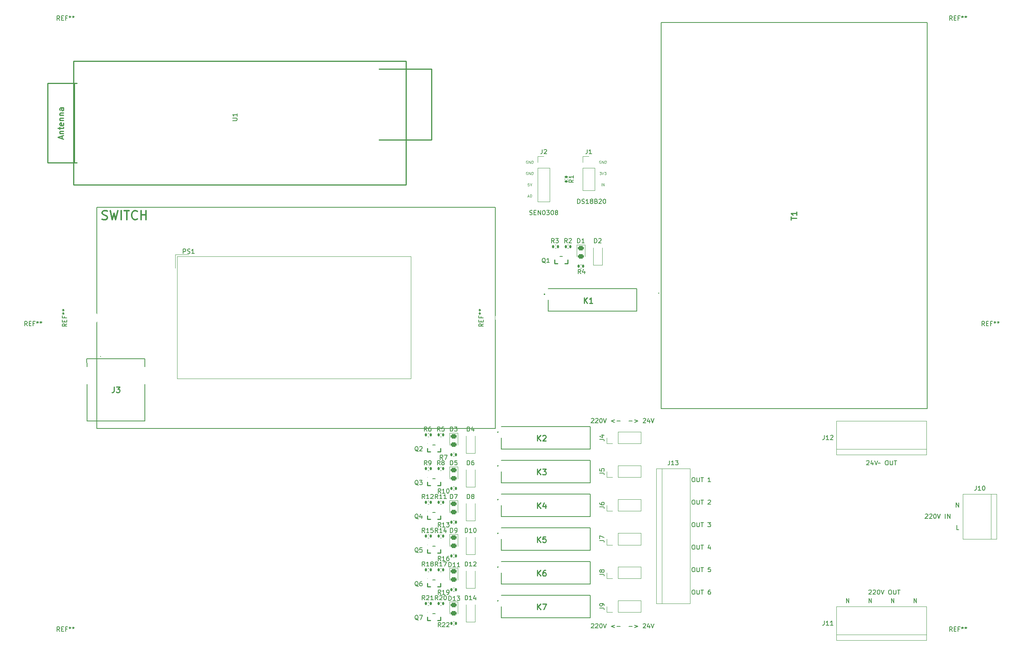
<source format=gbr>
%TF.GenerationSoftware,KiCad,Pcbnew,(6.0.0-0)*%
%TF.CreationDate,2022-12-23T14:22:00+01:00*%
%TF.ProjectId,garden-box,67617264-656e-42d6-926f-782e6b696361,rev?*%
%TF.SameCoordinates,Original*%
%TF.FileFunction,Legend,Top*%
%TF.FilePolarity,Positive*%
%FSLAX46Y46*%
G04 Gerber Fmt 4.6, Leading zero omitted, Abs format (unit mm)*
G04 Created by KiCad (PCBNEW (6.0.0-0)) date 2022-12-23 14:22:00*
%MOMM*%
%LPD*%
G01*
G04 APERTURE LIST*
G04 Aperture macros list*
%AMRoundRect*
0 Rectangle with rounded corners*
0 $1 Rounding radius*
0 $2 $3 $4 $5 $6 $7 $8 $9 X,Y pos of 4 corners*
0 Add a 4 corners polygon primitive as box body*
4,1,4,$2,$3,$4,$5,$6,$7,$8,$9,$2,$3,0*
0 Add four circle primitives for the rounded corners*
1,1,$1+$1,$2,$3*
1,1,$1+$1,$4,$5*
1,1,$1+$1,$6,$7*
1,1,$1+$1,$8,$9*
0 Add four rect primitives between the rounded corners*
20,1,$1+$1,$2,$3,$4,$5,0*
20,1,$1+$1,$4,$5,$6,$7,0*
20,1,$1+$1,$6,$7,$8,$9,0*
20,1,$1+$1,$8,$9,$2,$3,0*%
G04 Aperture macros list end*
%ADD10C,0.150000*%
%ADD11C,0.300000*%
%ADD12C,0.125000*%
%ADD13C,0.254000*%
%ADD14C,0.120000*%
%ADD15C,0.254001*%
%ADD16C,0.200000*%
%ADD17C,0.059995*%
%ADD18C,0.100000*%
%ADD19R,1.200000X0.900000*%
%ADD20RoundRect,0.243750X-0.456250X0.243750X-0.456250X-0.243750X0.456250X-0.243750X0.456250X0.243750X0*%
%ADD21C,4.300000*%
%ADD22R,1.700000X1.700000*%
%ADD23O,1.700000X1.700000*%
%ADD24R,2.400000X2.400000*%
%ADD25C,2.400000*%
%ADD26C,6.400000*%
%ADD27C,0.800000*%
%ADD28R,0.700000X1.250013*%
%ADD29RoundRect,0.135000X-0.135000X-0.185000X0.135000X-0.185000X0.135000X0.185000X-0.135000X0.185000X0*%
%ADD30R,3.000000X3.000000*%
%ADD31C,3.000000*%
%ADD32C,1.650000*%
%ADD33R,1.778000X1.778000*%
%ADD34C,1.778000*%
%ADD35R,1.431000X1.431000*%
%ADD36C,1.431000*%
%ADD37C,3.450000*%
%ADD38RoundRect,0.135000X0.135000X0.185000X-0.135000X0.185000X-0.135000X-0.185000X0.135000X-0.185000X0*%
%ADD39C,6.600000*%
%ADD40RoundRect,0.135000X-0.185000X0.135000X-0.185000X-0.135000X0.185000X-0.135000X0.185000X0.135000X0*%
G04 APERTURE END LIST*
D10*
X163132380Y-153852619D02*
X163180000Y-153805000D01*
X163275238Y-153757380D01*
X163513333Y-153757380D01*
X163608571Y-153805000D01*
X163656190Y-153852619D01*
X163703809Y-153947857D01*
X163703809Y-154043095D01*
X163656190Y-154185952D01*
X163084761Y-154757380D01*
X163703809Y-154757380D01*
X164084761Y-153852619D02*
X164132380Y-153805000D01*
X164227619Y-153757380D01*
X164465714Y-153757380D01*
X164560952Y-153805000D01*
X164608571Y-153852619D01*
X164656190Y-153947857D01*
X164656190Y-154043095D01*
X164608571Y-154185952D01*
X164037142Y-154757380D01*
X164656190Y-154757380D01*
X165275238Y-153757380D02*
X165370476Y-153757380D01*
X165465714Y-153805000D01*
X165513333Y-153852619D01*
X165560952Y-153947857D01*
X165608571Y-154138333D01*
X165608571Y-154376428D01*
X165560952Y-154566904D01*
X165513333Y-154662142D01*
X165465714Y-154709761D01*
X165370476Y-154757380D01*
X165275238Y-154757380D01*
X165180000Y-154709761D01*
X165132380Y-154662142D01*
X165084761Y-154566904D01*
X165037142Y-154376428D01*
X165037142Y-154138333D01*
X165084761Y-153947857D01*
X165132380Y-153852619D01*
X165180000Y-153805000D01*
X165275238Y-153757380D01*
X165894285Y-153757380D02*
X166227619Y-154757380D01*
X166560952Y-153757380D01*
X168418095Y-154090714D02*
X167656190Y-154376428D01*
X168418095Y-154662142D01*
X168894285Y-154376428D02*
X169656190Y-154376428D01*
X171656190Y-154376428D02*
X172418095Y-154376428D01*
X172894285Y-154090714D02*
X173656190Y-154376428D01*
X172894285Y-154662142D01*
X174846666Y-153852619D02*
X174894285Y-153805000D01*
X174989523Y-153757380D01*
X175227619Y-153757380D01*
X175322857Y-153805000D01*
X175370476Y-153852619D01*
X175418095Y-153947857D01*
X175418095Y-154043095D01*
X175370476Y-154185952D01*
X174799047Y-154757380D01*
X175418095Y-154757380D01*
X176275238Y-154090714D02*
X176275238Y-154757380D01*
X176037142Y-153709761D02*
X175799047Y-154424047D01*
X176418095Y-154424047D01*
X176656190Y-153757380D02*
X176989523Y-154757380D01*
X177322857Y-153757380D01*
X163132380Y-107497619D02*
X163180000Y-107450000D01*
X163275238Y-107402380D01*
X163513333Y-107402380D01*
X163608571Y-107450000D01*
X163656190Y-107497619D01*
X163703809Y-107592857D01*
X163703809Y-107688095D01*
X163656190Y-107830952D01*
X163084761Y-108402380D01*
X163703809Y-108402380D01*
X164084761Y-107497619D02*
X164132380Y-107450000D01*
X164227619Y-107402380D01*
X164465714Y-107402380D01*
X164560952Y-107450000D01*
X164608571Y-107497619D01*
X164656190Y-107592857D01*
X164656190Y-107688095D01*
X164608571Y-107830952D01*
X164037142Y-108402380D01*
X164656190Y-108402380D01*
X165275238Y-107402380D02*
X165370476Y-107402380D01*
X165465714Y-107450000D01*
X165513333Y-107497619D01*
X165560952Y-107592857D01*
X165608571Y-107783333D01*
X165608571Y-108021428D01*
X165560952Y-108211904D01*
X165513333Y-108307142D01*
X165465714Y-108354761D01*
X165370476Y-108402380D01*
X165275238Y-108402380D01*
X165180000Y-108354761D01*
X165132380Y-108307142D01*
X165084761Y-108211904D01*
X165037142Y-108021428D01*
X165037142Y-107783333D01*
X165084761Y-107592857D01*
X165132380Y-107497619D01*
X165180000Y-107450000D01*
X165275238Y-107402380D01*
X165894285Y-107402380D02*
X166227619Y-108402380D01*
X166560952Y-107402380D01*
X168418095Y-107735714D02*
X167656190Y-108021428D01*
X168418095Y-108307142D01*
X168894285Y-108021428D02*
X169656190Y-108021428D01*
X171656190Y-108021428D02*
X172418095Y-108021428D01*
X172894285Y-107735714D02*
X173656190Y-108021428D01*
X172894285Y-108307142D01*
X174846666Y-107497619D02*
X174894285Y-107450000D01*
X174989523Y-107402380D01*
X175227619Y-107402380D01*
X175322857Y-107450000D01*
X175370476Y-107497619D01*
X175418095Y-107592857D01*
X175418095Y-107688095D01*
X175370476Y-107830952D01*
X174799047Y-108402380D01*
X175418095Y-108402380D01*
X176275238Y-107735714D02*
X176275238Y-108402380D01*
X176037142Y-107354761D02*
X175799047Y-108069047D01*
X176418095Y-108069047D01*
X176656190Y-107402380D02*
X176989523Y-108402380D01*
X177322857Y-107402380D01*
X186102857Y-146137380D02*
X186293333Y-146137380D01*
X186388571Y-146185000D01*
X186483809Y-146280238D01*
X186531428Y-146470714D01*
X186531428Y-146804047D01*
X186483809Y-146994523D01*
X186388571Y-147089761D01*
X186293333Y-147137380D01*
X186102857Y-147137380D01*
X186007619Y-147089761D01*
X185912380Y-146994523D01*
X185864761Y-146804047D01*
X185864761Y-146470714D01*
X185912380Y-146280238D01*
X186007619Y-146185000D01*
X186102857Y-146137380D01*
X186960000Y-146137380D02*
X186960000Y-146946904D01*
X187007619Y-147042142D01*
X187055238Y-147089761D01*
X187150476Y-147137380D01*
X187340952Y-147137380D01*
X187436190Y-147089761D01*
X187483809Y-147042142D01*
X187531428Y-146946904D01*
X187531428Y-146137380D01*
X187864761Y-146137380D02*
X188436190Y-146137380D01*
X188150476Y-147137380D02*
X188150476Y-146137380D01*
X189960000Y-146137380D02*
X189769523Y-146137380D01*
X189674285Y-146185000D01*
X189626666Y-146232619D01*
X189531428Y-146375476D01*
X189483809Y-146565952D01*
X189483809Y-146946904D01*
X189531428Y-147042142D01*
X189579047Y-147089761D01*
X189674285Y-147137380D01*
X189864761Y-147137380D01*
X189960000Y-147089761D01*
X190007619Y-147042142D01*
X190055238Y-146946904D01*
X190055238Y-146708809D01*
X190007619Y-146613571D01*
X189960000Y-146565952D01*
X189864761Y-146518333D01*
X189674285Y-146518333D01*
X189579047Y-146565952D01*
X189531428Y-146613571D01*
X189483809Y-146708809D01*
X186102857Y-141057380D02*
X186293333Y-141057380D01*
X186388571Y-141105000D01*
X186483809Y-141200238D01*
X186531428Y-141390714D01*
X186531428Y-141724047D01*
X186483809Y-141914523D01*
X186388571Y-142009761D01*
X186293333Y-142057380D01*
X186102857Y-142057380D01*
X186007619Y-142009761D01*
X185912380Y-141914523D01*
X185864761Y-141724047D01*
X185864761Y-141390714D01*
X185912380Y-141200238D01*
X186007619Y-141105000D01*
X186102857Y-141057380D01*
X186960000Y-141057380D02*
X186960000Y-141866904D01*
X187007619Y-141962142D01*
X187055238Y-142009761D01*
X187150476Y-142057380D01*
X187340952Y-142057380D01*
X187436190Y-142009761D01*
X187483809Y-141962142D01*
X187531428Y-141866904D01*
X187531428Y-141057380D01*
X187864761Y-141057380D02*
X188436190Y-141057380D01*
X188150476Y-142057380D02*
X188150476Y-141057380D01*
X190007619Y-141057380D02*
X189531428Y-141057380D01*
X189483809Y-141533571D01*
X189531428Y-141485952D01*
X189626666Y-141438333D01*
X189864761Y-141438333D01*
X189960000Y-141485952D01*
X190007619Y-141533571D01*
X190055238Y-141628809D01*
X190055238Y-141866904D01*
X190007619Y-141962142D01*
X189960000Y-142009761D01*
X189864761Y-142057380D01*
X189626666Y-142057380D01*
X189531428Y-142009761D01*
X189483809Y-141962142D01*
X186102857Y-135977380D02*
X186293333Y-135977380D01*
X186388571Y-136025000D01*
X186483809Y-136120238D01*
X186531428Y-136310714D01*
X186531428Y-136644047D01*
X186483809Y-136834523D01*
X186388571Y-136929761D01*
X186293333Y-136977380D01*
X186102857Y-136977380D01*
X186007619Y-136929761D01*
X185912380Y-136834523D01*
X185864761Y-136644047D01*
X185864761Y-136310714D01*
X185912380Y-136120238D01*
X186007619Y-136025000D01*
X186102857Y-135977380D01*
X186960000Y-135977380D02*
X186960000Y-136786904D01*
X187007619Y-136882142D01*
X187055238Y-136929761D01*
X187150476Y-136977380D01*
X187340952Y-136977380D01*
X187436190Y-136929761D01*
X187483809Y-136882142D01*
X187531428Y-136786904D01*
X187531428Y-135977380D01*
X187864761Y-135977380D02*
X188436190Y-135977380D01*
X188150476Y-136977380D02*
X188150476Y-135977380D01*
X189960000Y-136310714D02*
X189960000Y-136977380D01*
X189721904Y-135929761D02*
X189483809Y-136644047D01*
X190102857Y-136644047D01*
X186102857Y-130897380D02*
X186293333Y-130897380D01*
X186388571Y-130945000D01*
X186483809Y-131040238D01*
X186531428Y-131230714D01*
X186531428Y-131564047D01*
X186483809Y-131754523D01*
X186388571Y-131849761D01*
X186293333Y-131897380D01*
X186102857Y-131897380D01*
X186007619Y-131849761D01*
X185912380Y-131754523D01*
X185864761Y-131564047D01*
X185864761Y-131230714D01*
X185912380Y-131040238D01*
X186007619Y-130945000D01*
X186102857Y-130897380D01*
X186960000Y-130897380D02*
X186960000Y-131706904D01*
X187007619Y-131802142D01*
X187055238Y-131849761D01*
X187150476Y-131897380D01*
X187340952Y-131897380D01*
X187436190Y-131849761D01*
X187483809Y-131802142D01*
X187531428Y-131706904D01*
X187531428Y-130897380D01*
X187864761Y-130897380D02*
X188436190Y-130897380D01*
X188150476Y-131897380D02*
X188150476Y-130897380D01*
X189436190Y-130897380D02*
X190055238Y-130897380D01*
X189721904Y-131278333D01*
X189864761Y-131278333D01*
X189960000Y-131325952D01*
X190007619Y-131373571D01*
X190055238Y-131468809D01*
X190055238Y-131706904D01*
X190007619Y-131802142D01*
X189960000Y-131849761D01*
X189864761Y-131897380D01*
X189579047Y-131897380D01*
X189483809Y-131849761D01*
X189436190Y-131802142D01*
X186102857Y-125817380D02*
X186293333Y-125817380D01*
X186388571Y-125865000D01*
X186483809Y-125960238D01*
X186531428Y-126150714D01*
X186531428Y-126484047D01*
X186483809Y-126674523D01*
X186388571Y-126769761D01*
X186293333Y-126817380D01*
X186102857Y-126817380D01*
X186007619Y-126769761D01*
X185912380Y-126674523D01*
X185864761Y-126484047D01*
X185864761Y-126150714D01*
X185912380Y-125960238D01*
X186007619Y-125865000D01*
X186102857Y-125817380D01*
X186960000Y-125817380D02*
X186960000Y-126626904D01*
X187007619Y-126722142D01*
X187055238Y-126769761D01*
X187150476Y-126817380D01*
X187340952Y-126817380D01*
X187436190Y-126769761D01*
X187483809Y-126722142D01*
X187531428Y-126626904D01*
X187531428Y-125817380D01*
X187864761Y-125817380D02*
X188436190Y-125817380D01*
X188150476Y-126817380D02*
X188150476Y-125817380D01*
X189483809Y-125912619D02*
X189531428Y-125865000D01*
X189626666Y-125817380D01*
X189864761Y-125817380D01*
X189960000Y-125865000D01*
X190007619Y-125912619D01*
X190055238Y-126007857D01*
X190055238Y-126103095D01*
X190007619Y-126245952D01*
X189436190Y-126817380D01*
X190055238Y-126817380D01*
X186102857Y-120737380D02*
X186293333Y-120737380D01*
X186388571Y-120785000D01*
X186483809Y-120880238D01*
X186531428Y-121070714D01*
X186531428Y-121404047D01*
X186483809Y-121594523D01*
X186388571Y-121689761D01*
X186293333Y-121737380D01*
X186102857Y-121737380D01*
X186007619Y-121689761D01*
X185912380Y-121594523D01*
X185864761Y-121404047D01*
X185864761Y-121070714D01*
X185912380Y-120880238D01*
X186007619Y-120785000D01*
X186102857Y-120737380D01*
X186960000Y-120737380D02*
X186960000Y-121546904D01*
X187007619Y-121642142D01*
X187055238Y-121689761D01*
X187150476Y-121737380D01*
X187340952Y-121737380D01*
X187436190Y-121689761D01*
X187483809Y-121642142D01*
X187531428Y-121546904D01*
X187531428Y-120737380D01*
X187864761Y-120737380D02*
X188436190Y-120737380D01*
X188150476Y-121737380D02*
X188150476Y-120737380D01*
X190055238Y-121737380D02*
X189483809Y-121737380D01*
X189769523Y-121737380D02*
X189769523Y-120737380D01*
X189674285Y-120880238D01*
X189579047Y-120975476D01*
X189483809Y-121023095D01*
X225242857Y-117022619D02*
X225290476Y-116975000D01*
X225385714Y-116927380D01*
X225623809Y-116927380D01*
X225719047Y-116975000D01*
X225766666Y-117022619D01*
X225814285Y-117117857D01*
X225814285Y-117213095D01*
X225766666Y-117355952D01*
X225195238Y-117927380D01*
X225814285Y-117927380D01*
X226671428Y-117260714D02*
X226671428Y-117927380D01*
X226433333Y-116879761D02*
X226195238Y-117594047D01*
X226814285Y-117594047D01*
X227052380Y-116927380D02*
X227385714Y-117927380D01*
X227719047Y-116927380D01*
X227909523Y-117546428D02*
X227957142Y-117498809D01*
X228052380Y-117451190D01*
X228242857Y-117546428D01*
X228338095Y-117498809D01*
X228385714Y-117451190D01*
X229719047Y-116927380D02*
X229909523Y-116927380D01*
X230004761Y-116975000D01*
X230100000Y-117070238D01*
X230147619Y-117260714D01*
X230147619Y-117594047D01*
X230100000Y-117784523D01*
X230004761Y-117879761D01*
X229909523Y-117927380D01*
X229719047Y-117927380D01*
X229623809Y-117879761D01*
X229528571Y-117784523D01*
X229480952Y-117594047D01*
X229480952Y-117260714D01*
X229528571Y-117070238D01*
X229623809Y-116975000D01*
X229719047Y-116927380D01*
X230576190Y-116927380D02*
X230576190Y-117736904D01*
X230623809Y-117832142D01*
X230671428Y-117879761D01*
X230766666Y-117927380D01*
X230957142Y-117927380D01*
X231052380Y-117879761D01*
X231100000Y-117832142D01*
X231147619Y-117736904D01*
X231147619Y-116927380D01*
X231480952Y-116927380D02*
X232052380Y-116927380D01*
X231766666Y-117927380D02*
X231766666Y-116927380D01*
X235934285Y-149042380D02*
X235934285Y-148042380D01*
X236505714Y-149042380D01*
X236505714Y-148042380D01*
X230854285Y-149042380D02*
X230854285Y-148042380D01*
X231425714Y-149042380D01*
X231425714Y-148042380D01*
X225774285Y-149042380D02*
X225774285Y-148042380D01*
X226345714Y-149042380D01*
X226345714Y-148042380D01*
X220694285Y-149042380D02*
X220694285Y-148042380D01*
X221265714Y-149042380D01*
X221265714Y-148042380D01*
X246054523Y-132532380D02*
X245578333Y-132532380D01*
X245578333Y-131532380D01*
D11*
X52785000Y-62404523D02*
X53070714Y-62499761D01*
X53546904Y-62499761D01*
X53737380Y-62404523D01*
X53832619Y-62309285D01*
X53927857Y-62118809D01*
X53927857Y-61928333D01*
X53832619Y-61737857D01*
X53737380Y-61642619D01*
X53546904Y-61547380D01*
X53165952Y-61452142D01*
X52975476Y-61356904D01*
X52880238Y-61261666D01*
X52785000Y-61071190D01*
X52785000Y-60880714D01*
X52880238Y-60690238D01*
X52975476Y-60595000D01*
X53165952Y-60499761D01*
X53642142Y-60499761D01*
X53927857Y-60595000D01*
X54594523Y-60499761D02*
X55070714Y-62499761D01*
X55451666Y-61071190D01*
X55832619Y-62499761D01*
X56308809Y-60499761D01*
X57070714Y-62499761D02*
X57070714Y-60499761D01*
X57737380Y-60499761D02*
X58880238Y-60499761D01*
X58308809Y-62499761D02*
X58308809Y-60499761D01*
X60689761Y-62309285D02*
X60594523Y-62404523D01*
X60308809Y-62499761D01*
X60118333Y-62499761D01*
X59832619Y-62404523D01*
X59642142Y-62214047D01*
X59546904Y-62023571D01*
X59451666Y-61642619D01*
X59451666Y-61356904D01*
X59546904Y-60975952D01*
X59642142Y-60785476D01*
X59832619Y-60595000D01*
X60118333Y-60499761D01*
X60308809Y-60499761D01*
X60594523Y-60595000D01*
X60689761Y-60690238D01*
X61546904Y-62499761D02*
X61546904Y-60499761D01*
X61546904Y-61452142D02*
X62689761Y-61452142D01*
X62689761Y-62499761D02*
X62689761Y-60499761D01*
D10*
X51520000Y-109690000D02*
X141520000Y-109690000D01*
X141520000Y-109690000D02*
X141520000Y-59690000D01*
X141520000Y-59690000D02*
X51520000Y-59690000D01*
X51520000Y-59690000D02*
X51520000Y-109690000D01*
X225758809Y-146232619D02*
X225806428Y-146185000D01*
X225901666Y-146137380D01*
X226139761Y-146137380D01*
X226235000Y-146185000D01*
X226282619Y-146232619D01*
X226330238Y-146327857D01*
X226330238Y-146423095D01*
X226282619Y-146565952D01*
X225711190Y-147137380D01*
X226330238Y-147137380D01*
X226711190Y-146232619D02*
X226758809Y-146185000D01*
X226854047Y-146137380D01*
X227092142Y-146137380D01*
X227187380Y-146185000D01*
X227235000Y-146232619D01*
X227282619Y-146327857D01*
X227282619Y-146423095D01*
X227235000Y-146565952D01*
X226663571Y-147137380D01*
X227282619Y-147137380D01*
X227901666Y-146137380D02*
X227996904Y-146137380D01*
X228092142Y-146185000D01*
X228139761Y-146232619D01*
X228187380Y-146327857D01*
X228235000Y-146518333D01*
X228235000Y-146756428D01*
X228187380Y-146946904D01*
X228139761Y-147042142D01*
X228092142Y-147089761D01*
X227996904Y-147137380D01*
X227901666Y-147137380D01*
X227806428Y-147089761D01*
X227758809Y-147042142D01*
X227711190Y-146946904D01*
X227663571Y-146756428D01*
X227663571Y-146518333D01*
X227711190Y-146327857D01*
X227758809Y-146232619D01*
X227806428Y-146185000D01*
X227901666Y-146137380D01*
X228520714Y-146137380D02*
X228854047Y-147137380D01*
X229187380Y-146137380D01*
X230473095Y-146137380D02*
X230663571Y-146137380D01*
X230758809Y-146185000D01*
X230854047Y-146280238D01*
X230901666Y-146470714D01*
X230901666Y-146804047D01*
X230854047Y-146994523D01*
X230758809Y-147089761D01*
X230663571Y-147137380D01*
X230473095Y-147137380D01*
X230377857Y-147089761D01*
X230282619Y-146994523D01*
X230235000Y-146804047D01*
X230235000Y-146470714D01*
X230282619Y-146280238D01*
X230377857Y-146185000D01*
X230473095Y-146137380D01*
X231330238Y-146137380D02*
X231330238Y-146946904D01*
X231377857Y-147042142D01*
X231425476Y-147089761D01*
X231520714Y-147137380D01*
X231711190Y-147137380D01*
X231806428Y-147089761D01*
X231854047Y-147042142D01*
X231901666Y-146946904D01*
X231901666Y-146137380D01*
X232235000Y-146137380D02*
X232806428Y-146137380D01*
X232520714Y-147137380D02*
X232520714Y-146137380D01*
D12*
X149110714Y-54311428D02*
X148825000Y-54311428D01*
X148796428Y-54597142D01*
X148825000Y-54568571D01*
X148882142Y-54540000D01*
X149025000Y-54540000D01*
X149082142Y-54568571D01*
X149110714Y-54597142D01*
X149139285Y-54654285D01*
X149139285Y-54797142D01*
X149110714Y-54854285D01*
X149082142Y-54882857D01*
X149025000Y-54911428D01*
X148882142Y-54911428D01*
X148825000Y-54882857D01*
X148796428Y-54854285D01*
X149310714Y-54311428D02*
X149510714Y-54911428D01*
X149710714Y-54311428D01*
X165277857Y-49230000D02*
X165220714Y-49201428D01*
X165135000Y-49201428D01*
X165049285Y-49230000D01*
X164992142Y-49287142D01*
X164963571Y-49344285D01*
X164935000Y-49458571D01*
X164935000Y-49544285D01*
X164963571Y-49658571D01*
X164992142Y-49715714D01*
X165049285Y-49772857D01*
X165135000Y-49801428D01*
X165192142Y-49801428D01*
X165277857Y-49772857D01*
X165306428Y-49744285D01*
X165306428Y-49544285D01*
X165192142Y-49544285D01*
X165563571Y-49801428D02*
X165563571Y-49201428D01*
X165906428Y-49801428D01*
X165906428Y-49201428D01*
X166192142Y-49801428D02*
X166192142Y-49201428D01*
X166335000Y-49201428D01*
X166420714Y-49230000D01*
X166477857Y-49287142D01*
X166506428Y-49344285D01*
X166535000Y-49458571D01*
X166535000Y-49544285D01*
X166506428Y-49658571D01*
X166477857Y-49715714D01*
X166420714Y-49772857D01*
X166335000Y-49801428D01*
X166192142Y-49801428D01*
X148767857Y-49230000D02*
X148710714Y-49201428D01*
X148625000Y-49201428D01*
X148539285Y-49230000D01*
X148482142Y-49287142D01*
X148453571Y-49344285D01*
X148425000Y-49458571D01*
X148425000Y-49544285D01*
X148453571Y-49658571D01*
X148482142Y-49715714D01*
X148539285Y-49772857D01*
X148625000Y-49801428D01*
X148682142Y-49801428D01*
X148767857Y-49772857D01*
X148796428Y-49744285D01*
X148796428Y-49544285D01*
X148682142Y-49544285D01*
X149053571Y-49801428D02*
X149053571Y-49201428D01*
X149396428Y-49801428D01*
X149396428Y-49201428D01*
X149682142Y-49801428D02*
X149682142Y-49201428D01*
X149825000Y-49201428D01*
X149910714Y-49230000D01*
X149967857Y-49287142D01*
X149996428Y-49344285D01*
X150025000Y-49458571D01*
X150025000Y-49544285D01*
X149996428Y-49658571D01*
X149967857Y-49715714D01*
X149910714Y-49772857D01*
X149825000Y-49801428D01*
X149682142Y-49801428D01*
X164992142Y-51741428D02*
X165363571Y-51741428D01*
X165163571Y-51970000D01*
X165249285Y-51970000D01*
X165306428Y-51998571D01*
X165335000Y-52027142D01*
X165363571Y-52084285D01*
X165363571Y-52227142D01*
X165335000Y-52284285D01*
X165306428Y-52312857D01*
X165249285Y-52341428D01*
X165077857Y-52341428D01*
X165020714Y-52312857D01*
X164992142Y-52284285D01*
X165535000Y-51741428D02*
X165735000Y-52341428D01*
X165935000Y-51741428D01*
X166077857Y-51741428D02*
X166449285Y-51741428D01*
X166249285Y-51970000D01*
X166335000Y-51970000D01*
X166392142Y-51998571D01*
X166420714Y-52027142D01*
X166449285Y-52084285D01*
X166449285Y-52227142D01*
X166420714Y-52284285D01*
X166392142Y-52312857D01*
X166335000Y-52341428D01*
X166163571Y-52341428D01*
X166106428Y-52312857D01*
X166077857Y-52284285D01*
X148796428Y-57250000D02*
X149082142Y-57250000D01*
X148739285Y-57421428D02*
X148939285Y-56821428D01*
X149139285Y-57421428D01*
X149453571Y-56821428D02*
X149510714Y-56821428D01*
X149567857Y-56850000D01*
X149596428Y-56878571D01*
X149625000Y-56935714D01*
X149653571Y-57050000D01*
X149653571Y-57192857D01*
X149625000Y-57307142D01*
X149596428Y-57364285D01*
X149567857Y-57392857D01*
X149510714Y-57421428D01*
X149453571Y-57421428D01*
X149396428Y-57392857D01*
X149367857Y-57364285D01*
X149339285Y-57307142D01*
X149310714Y-57192857D01*
X149310714Y-57050000D01*
X149339285Y-56935714D01*
X149367857Y-56878571D01*
X149396428Y-56850000D01*
X149453571Y-56821428D01*
D10*
X149233333Y-61364761D02*
X149376190Y-61412380D01*
X149614285Y-61412380D01*
X149709523Y-61364761D01*
X149757142Y-61317142D01*
X149804761Y-61221904D01*
X149804761Y-61126666D01*
X149757142Y-61031428D01*
X149709523Y-60983809D01*
X149614285Y-60936190D01*
X149423809Y-60888571D01*
X149328571Y-60840952D01*
X149280952Y-60793333D01*
X149233333Y-60698095D01*
X149233333Y-60602857D01*
X149280952Y-60507619D01*
X149328571Y-60460000D01*
X149423809Y-60412380D01*
X149661904Y-60412380D01*
X149804761Y-60460000D01*
X150233333Y-60888571D02*
X150566666Y-60888571D01*
X150709523Y-61412380D02*
X150233333Y-61412380D01*
X150233333Y-60412380D01*
X150709523Y-60412380D01*
X151138095Y-61412380D02*
X151138095Y-60412380D01*
X151709523Y-61412380D01*
X151709523Y-60412380D01*
X152376190Y-60412380D02*
X152471428Y-60412380D01*
X152566666Y-60460000D01*
X152614285Y-60507619D01*
X152661904Y-60602857D01*
X152709523Y-60793333D01*
X152709523Y-61031428D01*
X152661904Y-61221904D01*
X152614285Y-61317142D01*
X152566666Y-61364761D01*
X152471428Y-61412380D01*
X152376190Y-61412380D01*
X152280952Y-61364761D01*
X152233333Y-61317142D01*
X152185714Y-61221904D01*
X152138095Y-61031428D01*
X152138095Y-60793333D01*
X152185714Y-60602857D01*
X152233333Y-60507619D01*
X152280952Y-60460000D01*
X152376190Y-60412380D01*
X153042857Y-60412380D02*
X153661904Y-60412380D01*
X153328571Y-60793333D01*
X153471428Y-60793333D01*
X153566666Y-60840952D01*
X153614285Y-60888571D01*
X153661904Y-60983809D01*
X153661904Y-61221904D01*
X153614285Y-61317142D01*
X153566666Y-61364761D01*
X153471428Y-61412380D01*
X153185714Y-61412380D01*
X153090476Y-61364761D01*
X153042857Y-61317142D01*
X154280952Y-60412380D02*
X154376190Y-60412380D01*
X154471428Y-60460000D01*
X154519047Y-60507619D01*
X154566666Y-60602857D01*
X154614285Y-60793333D01*
X154614285Y-61031428D01*
X154566666Y-61221904D01*
X154519047Y-61317142D01*
X154471428Y-61364761D01*
X154376190Y-61412380D01*
X154280952Y-61412380D01*
X154185714Y-61364761D01*
X154138095Y-61317142D01*
X154090476Y-61221904D01*
X154042857Y-61031428D01*
X154042857Y-60793333D01*
X154090476Y-60602857D01*
X154138095Y-60507619D01*
X154185714Y-60460000D01*
X154280952Y-60412380D01*
X155185714Y-60840952D02*
X155090476Y-60793333D01*
X155042857Y-60745714D01*
X154995238Y-60650476D01*
X154995238Y-60602857D01*
X155042857Y-60507619D01*
X155090476Y-60460000D01*
X155185714Y-60412380D01*
X155376190Y-60412380D01*
X155471428Y-60460000D01*
X155519047Y-60507619D01*
X155566666Y-60602857D01*
X155566666Y-60650476D01*
X155519047Y-60745714D01*
X155471428Y-60793333D01*
X155376190Y-60840952D01*
X155185714Y-60840952D01*
X155090476Y-60888571D01*
X155042857Y-60936190D01*
X154995238Y-61031428D01*
X154995238Y-61221904D01*
X155042857Y-61317142D01*
X155090476Y-61364761D01*
X155185714Y-61412380D01*
X155376190Y-61412380D01*
X155471428Y-61364761D01*
X155519047Y-61317142D01*
X155566666Y-61221904D01*
X155566666Y-61031428D01*
X155519047Y-60936190D01*
X155471428Y-60888571D01*
X155376190Y-60840952D01*
X245459285Y-127452380D02*
X245459285Y-126452380D01*
X246030714Y-127452380D01*
X246030714Y-126452380D01*
X160052142Y-58872380D02*
X160052142Y-57872380D01*
X160290238Y-57872380D01*
X160433095Y-57920000D01*
X160528333Y-58015238D01*
X160575952Y-58110476D01*
X160623571Y-58300952D01*
X160623571Y-58443809D01*
X160575952Y-58634285D01*
X160528333Y-58729523D01*
X160433095Y-58824761D01*
X160290238Y-58872380D01*
X160052142Y-58872380D01*
X161004523Y-58824761D02*
X161147380Y-58872380D01*
X161385476Y-58872380D01*
X161480714Y-58824761D01*
X161528333Y-58777142D01*
X161575952Y-58681904D01*
X161575952Y-58586666D01*
X161528333Y-58491428D01*
X161480714Y-58443809D01*
X161385476Y-58396190D01*
X161195000Y-58348571D01*
X161099761Y-58300952D01*
X161052142Y-58253333D01*
X161004523Y-58158095D01*
X161004523Y-58062857D01*
X161052142Y-57967619D01*
X161099761Y-57920000D01*
X161195000Y-57872380D01*
X161433095Y-57872380D01*
X161575952Y-57920000D01*
X162528333Y-58872380D02*
X161956904Y-58872380D01*
X162242619Y-58872380D02*
X162242619Y-57872380D01*
X162147380Y-58015238D01*
X162052142Y-58110476D01*
X161956904Y-58158095D01*
X163099761Y-58300952D02*
X163004523Y-58253333D01*
X162956904Y-58205714D01*
X162909285Y-58110476D01*
X162909285Y-58062857D01*
X162956904Y-57967619D01*
X163004523Y-57920000D01*
X163099761Y-57872380D01*
X163290238Y-57872380D01*
X163385476Y-57920000D01*
X163433095Y-57967619D01*
X163480714Y-58062857D01*
X163480714Y-58110476D01*
X163433095Y-58205714D01*
X163385476Y-58253333D01*
X163290238Y-58300952D01*
X163099761Y-58300952D01*
X163004523Y-58348571D01*
X162956904Y-58396190D01*
X162909285Y-58491428D01*
X162909285Y-58681904D01*
X162956904Y-58777142D01*
X163004523Y-58824761D01*
X163099761Y-58872380D01*
X163290238Y-58872380D01*
X163385476Y-58824761D01*
X163433095Y-58777142D01*
X163480714Y-58681904D01*
X163480714Y-58491428D01*
X163433095Y-58396190D01*
X163385476Y-58348571D01*
X163290238Y-58300952D01*
X164242619Y-58348571D02*
X164385476Y-58396190D01*
X164433095Y-58443809D01*
X164480714Y-58539047D01*
X164480714Y-58681904D01*
X164433095Y-58777142D01*
X164385476Y-58824761D01*
X164290238Y-58872380D01*
X163909285Y-58872380D01*
X163909285Y-57872380D01*
X164242619Y-57872380D01*
X164337857Y-57920000D01*
X164385476Y-57967619D01*
X164433095Y-58062857D01*
X164433095Y-58158095D01*
X164385476Y-58253333D01*
X164337857Y-58300952D01*
X164242619Y-58348571D01*
X163909285Y-58348571D01*
X164861666Y-57967619D02*
X164909285Y-57920000D01*
X165004523Y-57872380D01*
X165242619Y-57872380D01*
X165337857Y-57920000D01*
X165385476Y-57967619D01*
X165433095Y-58062857D01*
X165433095Y-58158095D01*
X165385476Y-58300952D01*
X164814047Y-58872380D01*
X165433095Y-58872380D01*
X166052142Y-57872380D02*
X166147380Y-57872380D01*
X166242619Y-57920000D01*
X166290238Y-57967619D01*
X166337857Y-58062857D01*
X166385476Y-58253333D01*
X166385476Y-58491428D01*
X166337857Y-58681904D01*
X166290238Y-58777142D01*
X166242619Y-58824761D01*
X166147380Y-58872380D01*
X166052142Y-58872380D01*
X165956904Y-58824761D01*
X165909285Y-58777142D01*
X165861666Y-58681904D01*
X165814047Y-58491428D01*
X165814047Y-58253333D01*
X165861666Y-58062857D01*
X165909285Y-57967619D01*
X165956904Y-57920000D01*
X166052142Y-57872380D01*
D12*
X148767857Y-51770000D02*
X148710714Y-51741428D01*
X148625000Y-51741428D01*
X148539285Y-51770000D01*
X148482142Y-51827142D01*
X148453571Y-51884285D01*
X148425000Y-51998571D01*
X148425000Y-52084285D01*
X148453571Y-52198571D01*
X148482142Y-52255714D01*
X148539285Y-52312857D01*
X148625000Y-52341428D01*
X148682142Y-52341428D01*
X148767857Y-52312857D01*
X148796428Y-52284285D01*
X148796428Y-52084285D01*
X148682142Y-52084285D01*
X149053571Y-52341428D02*
X149053571Y-51741428D01*
X149396428Y-52341428D01*
X149396428Y-51741428D01*
X149682142Y-52341428D02*
X149682142Y-51741428D01*
X149825000Y-51741428D01*
X149910714Y-51770000D01*
X149967857Y-51827142D01*
X149996428Y-51884285D01*
X150025000Y-51998571D01*
X150025000Y-52084285D01*
X149996428Y-52198571D01*
X149967857Y-52255714D01*
X149910714Y-52312857D01*
X149825000Y-52341428D01*
X149682142Y-52341428D01*
D10*
X238490476Y-129087619D02*
X238538095Y-129040000D01*
X238633333Y-128992380D01*
X238871428Y-128992380D01*
X238966666Y-129040000D01*
X239014285Y-129087619D01*
X239061904Y-129182857D01*
X239061904Y-129278095D01*
X239014285Y-129420952D01*
X238442857Y-129992380D01*
X239061904Y-129992380D01*
X239442857Y-129087619D02*
X239490476Y-129040000D01*
X239585714Y-128992380D01*
X239823809Y-128992380D01*
X239919047Y-129040000D01*
X239966666Y-129087619D01*
X240014285Y-129182857D01*
X240014285Y-129278095D01*
X239966666Y-129420952D01*
X239395238Y-129992380D01*
X240014285Y-129992380D01*
X240633333Y-128992380D02*
X240728571Y-128992380D01*
X240823809Y-129040000D01*
X240871428Y-129087619D01*
X240919047Y-129182857D01*
X240966666Y-129373333D01*
X240966666Y-129611428D01*
X240919047Y-129801904D01*
X240871428Y-129897142D01*
X240823809Y-129944761D01*
X240728571Y-129992380D01*
X240633333Y-129992380D01*
X240538095Y-129944761D01*
X240490476Y-129897142D01*
X240442857Y-129801904D01*
X240395238Y-129611428D01*
X240395238Y-129373333D01*
X240442857Y-129182857D01*
X240490476Y-129087619D01*
X240538095Y-129040000D01*
X240633333Y-128992380D01*
X241252380Y-128992380D02*
X241585714Y-129992380D01*
X241919047Y-128992380D01*
X243014285Y-129992380D02*
X243014285Y-128992380D01*
X243490476Y-129992380D02*
X243490476Y-128992380D01*
X244061904Y-129992380D01*
X244061904Y-128992380D01*
D12*
X165420714Y-54881428D02*
X165420714Y-54281428D01*
X165706428Y-54881428D02*
X165706428Y-54281428D01*
X166049285Y-54881428D01*
X166049285Y-54281428D01*
D10*
%TO.C,D14*%
X134675714Y-148407380D02*
X134675714Y-147407380D01*
X134913809Y-147407380D01*
X135056666Y-147455000D01*
X135151904Y-147550238D01*
X135199523Y-147645476D01*
X135247142Y-147835952D01*
X135247142Y-147978809D01*
X135199523Y-148169285D01*
X135151904Y-148264523D01*
X135056666Y-148359761D01*
X134913809Y-148407380D01*
X134675714Y-148407380D01*
X136199523Y-148407380D02*
X135628095Y-148407380D01*
X135913809Y-148407380D02*
X135913809Y-147407380D01*
X135818571Y-147550238D01*
X135723333Y-147645476D01*
X135628095Y-147693095D01*
X137056666Y-147740714D02*
X137056666Y-148407380D01*
X136818571Y-147359761D02*
X136580476Y-148074047D01*
X137199523Y-148074047D01*
%TO.C,D13*%
X130992714Y-148534380D02*
X130992714Y-147534380D01*
X131230809Y-147534380D01*
X131373666Y-147582000D01*
X131468904Y-147677238D01*
X131516523Y-147772476D01*
X131564142Y-147962952D01*
X131564142Y-148105809D01*
X131516523Y-148296285D01*
X131468904Y-148391523D01*
X131373666Y-148486761D01*
X131230809Y-148534380D01*
X130992714Y-148534380D01*
X132516523Y-148534380D02*
X131945095Y-148534380D01*
X132230809Y-148534380D02*
X132230809Y-147534380D01*
X132135571Y-147677238D01*
X132040333Y-147772476D01*
X131945095Y-147820095D01*
X132849857Y-147534380D02*
X133468904Y-147534380D01*
X133135571Y-147915333D01*
X133278428Y-147915333D01*
X133373666Y-147962952D01*
X133421285Y-148010571D01*
X133468904Y-148105809D01*
X133468904Y-148343904D01*
X133421285Y-148439142D01*
X133373666Y-148486761D01*
X133278428Y-148534380D01*
X132992714Y-148534380D01*
X132897476Y-148486761D01*
X132849857Y-148439142D01*
%TO.C,D12*%
X134675714Y-140787380D02*
X134675714Y-139787380D01*
X134913809Y-139787380D01*
X135056666Y-139835000D01*
X135151904Y-139930238D01*
X135199523Y-140025476D01*
X135247142Y-140215952D01*
X135247142Y-140358809D01*
X135199523Y-140549285D01*
X135151904Y-140644523D01*
X135056666Y-140739761D01*
X134913809Y-140787380D01*
X134675714Y-140787380D01*
X136199523Y-140787380D02*
X135628095Y-140787380D01*
X135913809Y-140787380D02*
X135913809Y-139787380D01*
X135818571Y-139930238D01*
X135723333Y-140025476D01*
X135628095Y-140073095D01*
X136580476Y-139882619D02*
X136628095Y-139835000D01*
X136723333Y-139787380D01*
X136961428Y-139787380D01*
X137056666Y-139835000D01*
X137104285Y-139882619D01*
X137151904Y-139977857D01*
X137151904Y-140073095D01*
X137104285Y-140215952D01*
X136532857Y-140787380D01*
X137151904Y-140787380D01*
%TO.C,D11*%
X130992714Y-140914380D02*
X130992714Y-139914380D01*
X131230809Y-139914380D01*
X131373666Y-139962000D01*
X131468904Y-140057238D01*
X131516523Y-140152476D01*
X131564142Y-140342952D01*
X131564142Y-140485809D01*
X131516523Y-140676285D01*
X131468904Y-140771523D01*
X131373666Y-140866761D01*
X131230809Y-140914380D01*
X130992714Y-140914380D01*
X132516523Y-140914380D02*
X131945095Y-140914380D01*
X132230809Y-140914380D02*
X132230809Y-139914380D01*
X132135571Y-140057238D01*
X132040333Y-140152476D01*
X131945095Y-140200095D01*
X133468904Y-140914380D02*
X132897476Y-140914380D01*
X133183190Y-140914380D02*
X133183190Y-139914380D01*
X133087952Y-140057238D01*
X132992714Y-140152476D01*
X132897476Y-140200095D01*
%TO.C,REF\u002A\u002A*%
X44792380Y-86023333D02*
X44316190Y-86356666D01*
X44792380Y-86594761D02*
X43792380Y-86594761D01*
X43792380Y-86213809D01*
X43840000Y-86118571D01*
X43887619Y-86070952D01*
X43982857Y-86023333D01*
X44125714Y-86023333D01*
X44220952Y-86070952D01*
X44268571Y-86118571D01*
X44316190Y-86213809D01*
X44316190Y-86594761D01*
X44268571Y-85594761D02*
X44268571Y-85261428D01*
X44792380Y-85118571D02*
X44792380Y-85594761D01*
X43792380Y-85594761D01*
X43792380Y-85118571D01*
X44268571Y-84356666D02*
X44268571Y-84690000D01*
X44792380Y-84690000D02*
X43792380Y-84690000D01*
X43792380Y-84213809D01*
X43792380Y-83690000D02*
X44030476Y-83690000D01*
X43935238Y-83928095D02*
X44030476Y-83690000D01*
X43935238Y-83451904D01*
X44220952Y-83832857D02*
X44030476Y-83690000D01*
X44220952Y-83547142D01*
X43792380Y-82928095D02*
X44030476Y-82928095D01*
X43935238Y-83166190D02*
X44030476Y-82928095D01*
X43935238Y-82690000D01*
X44220952Y-83070952D02*
X44030476Y-82928095D01*
X44220952Y-82785238D01*
X138772380Y-86023333D02*
X138296190Y-86356666D01*
X138772380Y-86594761D02*
X137772380Y-86594761D01*
X137772380Y-86213809D01*
X137820000Y-86118571D01*
X137867619Y-86070952D01*
X137962857Y-86023333D01*
X138105714Y-86023333D01*
X138200952Y-86070952D01*
X138248571Y-86118571D01*
X138296190Y-86213809D01*
X138296190Y-86594761D01*
X138248571Y-85594761D02*
X138248571Y-85261428D01*
X138772380Y-85118571D02*
X138772380Y-85594761D01*
X137772380Y-85594761D01*
X137772380Y-85118571D01*
X138248571Y-84356666D02*
X138248571Y-84690000D01*
X138772380Y-84690000D02*
X137772380Y-84690000D01*
X137772380Y-84213809D01*
X137772380Y-83690000D02*
X138010476Y-83690000D01*
X137915238Y-83928095D02*
X138010476Y-83690000D01*
X137915238Y-83451904D01*
X138200952Y-83832857D02*
X138010476Y-83690000D01*
X138200952Y-83547142D01*
X137772380Y-82928095D02*
X138010476Y-82928095D01*
X137915238Y-83166190D02*
X138010476Y-82928095D01*
X137915238Y-82690000D01*
X138200952Y-83070952D02*
X138010476Y-82928095D01*
X138200952Y-82785238D01*
%TO.C,J4*%
X165040460Y-112103333D02*
X165754746Y-112103333D01*
X165897603Y-112150952D01*
X165992841Y-112246190D01*
X166040460Y-112389047D01*
X166040460Y-112484285D01*
X165373794Y-111198571D02*
X166040460Y-111198571D01*
X164992841Y-111436666D02*
X165707127Y-111674761D01*
X165707127Y-111055714D01*
%TO.C,PS1*%
X71063214Y-70149880D02*
X71063214Y-69149880D01*
X71444166Y-69149880D01*
X71539404Y-69197500D01*
X71587023Y-69245119D01*
X71634642Y-69340357D01*
X71634642Y-69483214D01*
X71587023Y-69578452D01*
X71539404Y-69626071D01*
X71444166Y-69673690D01*
X71063214Y-69673690D01*
X72015595Y-70102261D02*
X72158452Y-70149880D01*
X72396547Y-70149880D01*
X72491785Y-70102261D01*
X72539404Y-70054642D01*
X72587023Y-69959404D01*
X72587023Y-69864166D01*
X72539404Y-69768928D01*
X72491785Y-69721309D01*
X72396547Y-69673690D01*
X72206071Y-69626071D01*
X72110833Y-69578452D01*
X72063214Y-69530833D01*
X72015595Y-69435595D01*
X72015595Y-69340357D01*
X72063214Y-69245119D01*
X72110833Y-69197500D01*
X72206071Y-69149880D01*
X72444166Y-69149880D01*
X72587023Y-69197500D01*
X73539404Y-70149880D02*
X72967976Y-70149880D01*
X73253690Y-70149880D02*
X73253690Y-69149880D01*
X73158452Y-69292738D01*
X73063214Y-69387976D01*
X72967976Y-69435595D01*
%TO.C,REF\u002A\u002A*%
X244566666Y-155492380D02*
X244233333Y-155016190D01*
X243995238Y-155492380D02*
X243995238Y-154492380D01*
X244376190Y-154492380D01*
X244471428Y-154540000D01*
X244519047Y-154587619D01*
X244566666Y-154682857D01*
X244566666Y-154825714D01*
X244519047Y-154920952D01*
X244471428Y-154968571D01*
X244376190Y-155016190D01*
X243995238Y-155016190D01*
X244995238Y-154968571D02*
X245328571Y-154968571D01*
X245471428Y-155492380D02*
X244995238Y-155492380D01*
X244995238Y-154492380D01*
X245471428Y-154492380D01*
X246233333Y-154968571D02*
X245900000Y-154968571D01*
X245900000Y-155492380D02*
X245900000Y-154492380D01*
X246376190Y-154492380D01*
X246900000Y-154492380D02*
X246900000Y-154730476D01*
X246661904Y-154635238D02*
X246900000Y-154730476D01*
X247138095Y-154635238D01*
X246757142Y-154920952D02*
X246900000Y-154730476D01*
X247042857Y-154920952D01*
X247661904Y-154492380D02*
X247661904Y-154730476D01*
X247423809Y-154635238D02*
X247661904Y-154730476D01*
X247900000Y-154635238D01*
X247519047Y-154920952D02*
X247661904Y-154730476D01*
X247804761Y-154920952D01*
%TO.C,Q7*%
X124079766Y-152947619D02*
X123984528Y-152900000D01*
X123889290Y-152804761D01*
X123746433Y-152661904D01*
X123651195Y-152614285D01*
X123555957Y-152614285D01*
X123603576Y-152852380D02*
X123508338Y-152804761D01*
X123413100Y-152709523D01*
X123365481Y-152519047D01*
X123365481Y-152185714D01*
X123413100Y-151995238D01*
X123508338Y-151900000D01*
X123603576Y-151852380D01*
X123794052Y-151852380D01*
X123889290Y-151900000D01*
X123984528Y-151995238D01*
X124032147Y-152185714D01*
X124032147Y-152519047D01*
X123984528Y-152709523D01*
X123889290Y-152804761D01*
X123794052Y-152852380D01*
X123603576Y-152852380D01*
X124365481Y-151852380D02*
X125032147Y-151852380D01*
X124603576Y-152852380D01*
%TO.C,R11*%
X128527142Y-125547380D02*
X128193809Y-125071190D01*
X127955714Y-125547380D02*
X127955714Y-124547380D01*
X128336666Y-124547380D01*
X128431904Y-124595000D01*
X128479523Y-124642619D01*
X128527142Y-124737857D01*
X128527142Y-124880714D01*
X128479523Y-124975952D01*
X128431904Y-125023571D01*
X128336666Y-125071190D01*
X127955714Y-125071190D01*
X129479523Y-125547380D02*
X128908095Y-125547380D01*
X129193809Y-125547380D02*
X129193809Y-124547380D01*
X129098571Y-124690238D01*
X129003333Y-124785476D01*
X128908095Y-124833095D01*
X130431904Y-125547380D02*
X129860476Y-125547380D01*
X130146190Y-125547380D02*
X130146190Y-124547380D01*
X130050952Y-124690238D01*
X129955714Y-124785476D01*
X129860476Y-124833095D01*
%TO.C,R19*%
X129160222Y-147147380D02*
X128826889Y-146671190D01*
X128588794Y-147147380D02*
X128588794Y-146147380D01*
X128969746Y-146147380D01*
X129064984Y-146195000D01*
X129112603Y-146242619D01*
X129160222Y-146337857D01*
X129160222Y-146480714D01*
X129112603Y-146575952D01*
X129064984Y-146623571D01*
X128969746Y-146671190D01*
X128588794Y-146671190D01*
X130112603Y-147147380D02*
X129541175Y-147147380D01*
X129826889Y-147147380D02*
X129826889Y-146147380D01*
X129731651Y-146290238D01*
X129636413Y-146385476D01*
X129541175Y-146433095D01*
X130588794Y-147147380D02*
X130779270Y-147147380D01*
X130874508Y-147099761D01*
X130922127Y-147052142D01*
X131017365Y-146909285D01*
X131064984Y-146718809D01*
X131064984Y-146337857D01*
X131017365Y-146242619D01*
X130969746Y-146195000D01*
X130874508Y-146147380D01*
X130684032Y-146147380D01*
X130588794Y-146195000D01*
X130541175Y-146242619D01*
X130493556Y-146337857D01*
X130493556Y-146575952D01*
X130541175Y-146671190D01*
X130588794Y-146718809D01*
X130684032Y-146766428D01*
X130874508Y-146766428D01*
X130969746Y-146718809D01*
X131017365Y-146671190D01*
X131064984Y-146575952D01*
%TO.C,R4*%
X160769474Y-74745460D02*
X160436141Y-74269270D01*
X160198045Y-74745460D02*
X160198045Y-73745460D01*
X160578998Y-73745460D01*
X160674236Y-73793080D01*
X160721855Y-73840699D01*
X160769474Y-73935937D01*
X160769474Y-74078794D01*
X160721855Y-74174032D01*
X160674236Y-74221651D01*
X160578998Y-74269270D01*
X160198045Y-74269270D01*
X161626617Y-74078794D02*
X161626617Y-74745460D01*
X161388521Y-73697841D02*
X161150426Y-74412127D01*
X161769474Y-74412127D01*
%TO.C,J11*%
X215725476Y-153122380D02*
X215725476Y-153836666D01*
X215677857Y-153979523D01*
X215582619Y-154074761D01*
X215439761Y-154122380D01*
X215344523Y-154122380D01*
X216725476Y-154122380D02*
X216154047Y-154122380D01*
X216439761Y-154122380D02*
X216439761Y-153122380D01*
X216344523Y-153265238D01*
X216249285Y-153360476D01*
X216154047Y-153408095D01*
X217677857Y-154122380D02*
X217106428Y-154122380D01*
X217392142Y-154122380D02*
X217392142Y-153122380D01*
X217296904Y-153265238D01*
X217201666Y-153360476D01*
X217106428Y-153408095D01*
%TO.C,J8*%
X165040460Y-142583333D02*
X165754746Y-142583333D01*
X165897603Y-142630952D01*
X165992841Y-142726190D01*
X166040460Y-142869047D01*
X166040460Y-142964285D01*
X165469032Y-141964285D02*
X165421413Y-142059523D01*
X165373794Y-142107142D01*
X165278556Y-142154761D01*
X165230937Y-142154761D01*
X165135699Y-142107142D01*
X165088080Y-142059523D01*
X165040460Y-141964285D01*
X165040460Y-141773809D01*
X165088080Y-141678571D01*
X165135699Y-141630952D01*
X165230937Y-141583333D01*
X165278556Y-141583333D01*
X165373794Y-141630952D01*
X165421413Y-141678571D01*
X165469032Y-141773809D01*
X165469032Y-141964285D01*
X165516651Y-142059523D01*
X165564270Y-142107142D01*
X165659508Y-142154761D01*
X165849984Y-142154761D01*
X165945222Y-142107142D01*
X165992841Y-142059523D01*
X166040460Y-141964285D01*
X166040460Y-141773809D01*
X165992841Y-141678571D01*
X165945222Y-141630952D01*
X165849984Y-141583333D01*
X165659508Y-141583333D01*
X165564270Y-141630952D01*
X165516651Y-141678571D01*
X165469032Y-141773809D01*
%TO.C,R2*%
X157705833Y-67760460D02*
X157372500Y-67284270D01*
X157134404Y-67760460D02*
X157134404Y-66760460D01*
X157515357Y-66760460D01*
X157610595Y-66808080D01*
X157658214Y-66855699D01*
X157705833Y-66950937D01*
X157705833Y-67093794D01*
X157658214Y-67189032D01*
X157610595Y-67236651D01*
X157515357Y-67284270D01*
X157134404Y-67284270D01*
X158086785Y-66855699D02*
X158134404Y-66808080D01*
X158229642Y-66760460D01*
X158467738Y-66760460D01*
X158562976Y-66808080D01*
X158610595Y-66855699D01*
X158658214Y-66950937D01*
X158658214Y-67046175D01*
X158610595Y-67189032D01*
X158039166Y-67760460D01*
X158658214Y-67760460D01*
D13*
%TO.C,K6*%
X150971169Y-142991683D02*
X150971169Y-141721683D01*
X151696883Y-142991683D02*
X151152597Y-142265969D01*
X151696883Y-141721683D02*
X150971169Y-142447398D01*
X152785454Y-141721683D02*
X152543550Y-141721683D01*
X152422597Y-141782160D01*
X152362121Y-141842636D01*
X152241169Y-142024064D01*
X152180692Y-142265969D01*
X152180692Y-142749779D01*
X152241169Y-142870731D01*
X152301645Y-142931207D01*
X152422597Y-142991683D01*
X152664502Y-142991683D01*
X152785454Y-142931207D01*
X152845930Y-142870731D01*
X152906407Y-142749779D01*
X152906407Y-142447398D01*
X152845930Y-142326445D01*
X152785454Y-142265969D01*
X152664502Y-142205493D01*
X152422597Y-142205493D01*
X152301645Y-142265969D01*
X152241169Y-142326445D01*
X152180692Y-142447398D01*
D10*
%TO.C,D9*%
X131341904Y-133177380D02*
X131341904Y-132177380D01*
X131580000Y-132177380D01*
X131722857Y-132225000D01*
X131818095Y-132320238D01*
X131865714Y-132415476D01*
X131913333Y-132605952D01*
X131913333Y-132748809D01*
X131865714Y-132939285D01*
X131818095Y-133034523D01*
X131722857Y-133129761D01*
X131580000Y-133177380D01*
X131341904Y-133177380D01*
X132389523Y-133177380D02*
X132580000Y-133177380D01*
X132675238Y-133129761D01*
X132722857Y-133082142D01*
X132818095Y-132939285D01*
X132865714Y-132748809D01*
X132865714Y-132367857D01*
X132818095Y-132272619D01*
X132770476Y-132225000D01*
X132675238Y-132177380D01*
X132484761Y-132177380D01*
X132389523Y-132225000D01*
X132341904Y-132272619D01*
X132294285Y-132367857D01*
X132294285Y-132605952D01*
X132341904Y-132701190D01*
X132389523Y-132748809D01*
X132484761Y-132796428D01*
X132675238Y-132796428D01*
X132770476Y-132748809D01*
X132818095Y-132701190D01*
X132865714Y-132605952D01*
%TO.C,R20*%
X128527142Y-148407380D02*
X128193809Y-147931190D01*
X127955714Y-148407380D02*
X127955714Y-147407380D01*
X128336666Y-147407380D01*
X128431904Y-147455000D01*
X128479523Y-147502619D01*
X128527142Y-147597857D01*
X128527142Y-147740714D01*
X128479523Y-147835952D01*
X128431904Y-147883571D01*
X128336666Y-147931190D01*
X127955714Y-147931190D01*
X128908095Y-147502619D02*
X128955714Y-147455000D01*
X129050952Y-147407380D01*
X129289047Y-147407380D01*
X129384285Y-147455000D01*
X129431904Y-147502619D01*
X129479523Y-147597857D01*
X129479523Y-147693095D01*
X129431904Y-147835952D01*
X128860476Y-148407380D01*
X129479523Y-148407380D01*
X130098571Y-147407380D02*
X130193809Y-147407380D01*
X130289047Y-147455000D01*
X130336666Y-147502619D01*
X130384285Y-147597857D01*
X130431904Y-147788333D01*
X130431904Y-148026428D01*
X130384285Y-148216904D01*
X130336666Y-148312142D01*
X130289047Y-148359761D01*
X130193809Y-148407380D01*
X130098571Y-148407380D01*
X130003333Y-148359761D01*
X129955714Y-148312142D01*
X129908095Y-148216904D01*
X129860476Y-148026428D01*
X129860476Y-147788333D01*
X129908095Y-147597857D01*
X129955714Y-147502619D01*
X130003333Y-147455000D01*
X130098571Y-147407380D01*
%TO.C,R5*%
X129003333Y-110307380D02*
X128670000Y-109831190D01*
X128431904Y-110307380D02*
X128431904Y-109307380D01*
X128812857Y-109307380D01*
X128908095Y-109355000D01*
X128955714Y-109402619D01*
X129003333Y-109497857D01*
X129003333Y-109640714D01*
X128955714Y-109735952D01*
X128908095Y-109783571D01*
X128812857Y-109831190D01*
X128431904Y-109831190D01*
X129908095Y-109307380D02*
X129431904Y-109307380D01*
X129384285Y-109783571D01*
X129431904Y-109735952D01*
X129527142Y-109688333D01*
X129765238Y-109688333D01*
X129860476Y-109735952D01*
X129908095Y-109783571D01*
X129955714Y-109878809D01*
X129955714Y-110116904D01*
X129908095Y-110212142D01*
X129860476Y-110259761D01*
X129765238Y-110307380D01*
X129527142Y-110307380D01*
X129431904Y-110259761D01*
X129384285Y-110212142D01*
%TO.C,J9*%
X165040460Y-150203333D02*
X165754746Y-150203333D01*
X165897603Y-150250952D01*
X165992841Y-150346190D01*
X166040460Y-150489047D01*
X166040460Y-150584285D01*
X166040460Y-149679523D02*
X166040460Y-149489047D01*
X165992841Y-149393809D01*
X165945222Y-149346190D01*
X165802365Y-149250952D01*
X165611889Y-149203333D01*
X165230937Y-149203333D01*
X165135699Y-149250952D01*
X165088080Y-149298571D01*
X165040460Y-149393809D01*
X165040460Y-149584285D01*
X165088080Y-149679523D01*
X165135699Y-149727142D01*
X165230937Y-149774761D01*
X165469032Y-149774761D01*
X165564270Y-149727142D01*
X165611889Y-149679523D01*
X165659508Y-149584285D01*
X165659508Y-149393809D01*
X165611889Y-149298571D01*
X165564270Y-149250952D01*
X165469032Y-149203333D01*
%TO.C,D3*%
X131341904Y-110307380D02*
X131341904Y-109307380D01*
X131580000Y-109307380D01*
X131722857Y-109355000D01*
X131818095Y-109450238D01*
X131865714Y-109545476D01*
X131913333Y-109735952D01*
X131913333Y-109878809D01*
X131865714Y-110069285D01*
X131818095Y-110164523D01*
X131722857Y-110259761D01*
X131580000Y-110307380D01*
X131341904Y-110307380D01*
X132246666Y-109307380D02*
X132865714Y-109307380D01*
X132532380Y-109688333D01*
X132675238Y-109688333D01*
X132770476Y-109735952D01*
X132818095Y-109783571D01*
X132865714Y-109878809D01*
X132865714Y-110116904D01*
X132818095Y-110212142D01*
X132770476Y-110259761D01*
X132675238Y-110307380D01*
X132389523Y-110307380D01*
X132294285Y-110259761D01*
X132246666Y-110212142D01*
%TO.C,Q3*%
X124079766Y-122467619D02*
X123984528Y-122420000D01*
X123889290Y-122324761D01*
X123746433Y-122181904D01*
X123651195Y-122134285D01*
X123555957Y-122134285D01*
X123603576Y-122372380D02*
X123508338Y-122324761D01*
X123413100Y-122229523D01*
X123365481Y-122039047D01*
X123365481Y-121705714D01*
X123413100Y-121515238D01*
X123508338Y-121420000D01*
X123603576Y-121372380D01*
X123794052Y-121372380D01*
X123889290Y-121420000D01*
X123984528Y-121515238D01*
X124032147Y-121705714D01*
X124032147Y-122039047D01*
X123984528Y-122229523D01*
X123889290Y-122324761D01*
X123794052Y-122372380D01*
X123603576Y-122372380D01*
X124365481Y-121372380D02*
X124984528Y-121372380D01*
X124651195Y-121753333D01*
X124794052Y-121753333D01*
X124889290Y-121800952D01*
X124936909Y-121848571D01*
X124984528Y-121943809D01*
X124984528Y-122181904D01*
X124936909Y-122277142D01*
X124889290Y-122324761D01*
X124794052Y-122372380D01*
X124508338Y-122372380D01*
X124413100Y-122324761D01*
X124365481Y-122277142D01*
%TO.C,R22*%
X129160222Y-154502380D02*
X128826889Y-154026190D01*
X128588794Y-154502380D02*
X128588794Y-153502380D01*
X128969746Y-153502380D01*
X129064984Y-153550000D01*
X129112603Y-153597619D01*
X129160222Y-153692857D01*
X129160222Y-153835714D01*
X129112603Y-153930952D01*
X129064984Y-153978571D01*
X128969746Y-154026190D01*
X128588794Y-154026190D01*
X129541175Y-153597619D02*
X129588794Y-153550000D01*
X129684032Y-153502380D01*
X129922127Y-153502380D01*
X130017365Y-153550000D01*
X130064984Y-153597619D01*
X130112603Y-153692857D01*
X130112603Y-153788095D01*
X130064984Y-153930952D01*
X129493556Y-154502380D01*
X130112603Y-154502380D01*
X130493556Y-153597619D02*
X130541175Y-153550000D01*
X130636413Y-153502380D01*
X130874508Y-153502380D01*
X130969746Y-153550000D01*
X131017365Y-153597619D01*
X131064984Y-153692857D01*
X131064984Y-153788095D01*
X131017365Y-153930952D01*
X130445937Y-154502380D01*
X131064984Y-154502380D01*
%TO.C,U1*%
X82207380Y-40131904D02*
X83016904Y-40131904D01*
X83112142Y-40084285D01*
X83159761Y-40036666D01*
X83207380Y-39941428D01*
X83207380Y-39750952D01*
X83159761Y-39655714D01*
X83112142Y-39608095D01*
X83016904Y-39560476D01*
X82207380Y-39560476D01*
X83207380Y-38560476D02*
X83207380Y-39131904D01*
X83207380Y-38846190D02*
X82207380Y-38846190D01*
X82350238Y-38941428D01*
X82445476Y-39036666D01*
X82493095Y-39131904D01*
D13*
X43701666Y-44187619D02*
X43701666Y-43582857D01*
X44064523Y-44308571D02*
X42794523Y-43885238D01*
X44064523Y-43461904D01*
X43217857Y-43038571D02*
X44064523Y-43038571D01*
X43338809Y-43038571D02*
X43278333Y-42978095D01*
X43217857Y-42857142D01*
X43217857Y-42675714D01*
X43278333Y-42554761D01*
X43399285Y-42494285D01*
X44064523Y-42494285D01*
X43217857Y-42070952D02*
X43217857Y-41587142D01*
X42794523Y-41889523D02*
X43883095Y-41889523D01*
X44004047Y-41829047D01*
X44064523Y-41708095D01*
X44064523Y-41587142D01*
X44004047Y-40680000D02*
X44064523Y-40800952D01*
X44064523Y-41042857D01*
X44004047Y-41163809D01*
X43883095Y-41224285D01*
X43399285Y-41224285D01*
X43278333Y-41163809D01*
X43217857Y-41042857D01*
X43217857Y-40800952D01*
X43278333Y-40680000D01*
X43399285Y-40619523D01*
X43520238Y-40619523D01*
X43641190Y-41224285D01*
X43217857Y-40075238D02*
X44064523Y-40075238D01*
X43338809Y-40075238D02*
X43278333Y-40014761D01*
X43217857Y-39893809D01*
X43217857Y-39712380D01*
X43278333Y-39591428D01*
X43399285Y-39530952D01*
X44064523Y-39530952D01*
X43217857Y-38926190D02*
X44064523Y-38926190D01*
X43338809Y-38926190D02*
X43278333Y-38865714D01*
X43217857Y-38744761D01*
X43217857Y-38563333D01*
X43278333Y-38442380D01*
X43399285Y-38381904D01*
X44064523Y-38381904D01*
X44064523Y-37232857D02*
X43399285Y-37232857D01*
X43278333Y-37293333D01*
X43217857Y-37414285D01*
X43217857Y-37656190D01*
X43278333Y-37777142D01*
X44004047Y-37232857D02*
X44064523Y-37353809D01*
X44064523Y-37656190D01*
X44004047Y-37777142D01*
X43883095Y-37837619D01*
X43762142Y-37837619D01*
X43641190Y-37777142D01*
X43580714Y-37656190D01*
X43580714Y-37353809D01*
X43520238Y-37232857D01*
D10*
%TO.C,R16*%
X129160222Y-139527380D02*
X128826889Y-139051190D01*
X128588794Y-139527380D02*
X128588794Y-138527380D01*
X128969746Y-138527380D01*
X129064984Y-138575000D01*
X129112603Y-138622619D01*
X129160222Y-138717857D01*
X129160222Y-138860714D01*
X129112603Y-138955952D01*
X129064984Y-139003571D01*
X128969746Y-139051190D01*
X128588794Y-139051190D01*
X130112603Y-139527380D02*
X129541175Y-139527380D01*
X129826889Y-139527380D02*
X129826889Y-138527380D01*
X129731651Y-138670238D01*
X129636413Y-138765476D01*
X129541175Y-138813095D01*
X130969746Y-138527380D02*
X130779270Y-138527380D01*
X130684032Y-138575000D01*
X130636413Y-138622619D01*
X130541175Y-138765476D01*
X130493556Y-138955952D01*
X130493556Y-139336904D01*
X130541175Y-139432142D01*
X130588794Y-139479761D01*
X130684032Y-139527380D01*
X130874508Y-139527380D01*
X130969746Y-139479761D01*
X131017365Y-139432142D01*
X131064984Y-139336904D01*
X131064984Y-139098809D01*
X131017365Y-139003571D01*
X130969746Y-138955952D01*
X130874508Y-138908333D01*
X130684032Y-138908333D01*
X130588794Y-138955952D01*
X130541175Y-139003571D01*
X130493556Y-139098809D01*
%TO.C,REF\u002A\u002A*%
X43166666Y-155492380D02*
X42833333Y-155016190D01*
X42595238Y-155492380D02*
X42595238Y-154492380D01*
X42976190Y-154492380D01*
X43071428Y-154540000D01*
X43119047Y-154587619D01*
X43166666Y-154682857D01*
X43166666Y-154825714D01*
X43119047Y-154920952D01*
X43071428Y-154968571D01*
X42976190Y-155016190D01*
X42595238Y-155016190D01*
X43595238Y-154968571D02*
X43928571Y-154968571D01*
X44071428Y-155492380D02*
X43595238Y-155492380D01*
X43595238Y-154492380D01*
X44071428Y-154492380D01*
X44833333Y-154968571D02*
X44500000Y-154968571D01*
X44500000Y-155492380D02*
X44500000Y-154492380D01*
X44976190Y-154492380D01*
X45500000Y-154492380D02*
X45500000Y-154730476D01*
X45261904Y-154635238D02*
X45500000Y-154730476D01*
X45738095Y-154635238D01*
X45357142Y-154920952D02*
X45500000Y-154730476D01*
X45642857Y-154920952D01*
X46261904Y-154492380D02*
X46261904Y-154730476D01*
X46023809Y-154635238D02*
X46261904Y-154730476D01*
X46500000Y-154635238D01*
X46119047Y-154920952D02*
X46261904Y-154730476D01*
X46404761Y-154920952D01*
%TO.C,R7*%
X129636413Y-116667380D02*
X129303080Y-116191190D01*
X129064984Y-116667380D02*
X129064984Y-115667380D01*
X129445937Y-115667380D01*
X129541175Y-115715000D01*
X129588794Y-115762619D01*
X129636413Y-115857857D01*
X129636413Y-116000714D01*
X129588794Y-116095952D01*
X129541175Y-116143571D01*
X129445937Y-116191190D01*
X129064984Y-116191190D01*
X129969746Y-115667380D02*
X130636413Y-115667380D01*
X130207841Y-116667380D01*
%TO.C,J2*%
X152066666Y-46652380D02*
X152066666Y-47366666D01*
X152019047Y-47509523D01*
X151923809Y-47604761D01*
X151780952Y-47652380D01*
X151685714Y-47652380D01*
X152495238Y-46747619D02*
X152542857Y-46700000D01*
X152638095Y-46652380D01*
X152876190Y-46652380D01*
X152971428Y-46700000D01*
X153019047Y-46747619D01*
X153066666Y-46842857D01*
X153066666Y-46938095D01*
X153019047Y-47080952D01*
X152447619Y-47652380D01*
X153066666Y-47652380D01*
%TO.C,Q6*%
X124079766Y-145327619D02*
X123984528Y-145280000D01*
X123889290Y-145184761D01*
X123746433Y-145041904D01*
X123651195Y-144994285D01*
X123555957Y-144994285D01*
X123603576Y-145232380D02*
X123508338Y-145184761D01*
X123413100Y-145089523D01*
X123365481Y-144899047D01*
X123365481Y-144565714D01*
X123413100Y-144375238D01*
X123508338Y-144280000D01*
X123603576Y-144232380D01*
X123794052Y-144232380D01*
X123889290Y-144280000D01*
X123984528Y-144375238D01*
X124032147Y-144565714D01*
X124032147Y-144899047D01*
X123984528Y-145089523D01*
X123889290Y-145184761D01*
X123794052Y-145232380D01*
X123603576Y-145232380D01*
X124889290Y-144232380D02*
X124698814Y-144232380D01*
X124603576Y-144280000D01*
X124555957Y-144327619D01*
X124460719Y-144470476D01*
X124413100Y-144660952D01*
X124413100Y-145041904D01*
X124460719Y-145137142D01*
X124508338Y-145184761D01*
X124603576Y-145232380D01*
X124794052Y-145232380D01*
X124889290Y-145184761D01*
X124936909Y-145137142D01*
X124984528Y-145041904D01*
X124984528Y-144803809D01*
X124936909Y-144708571D01*
X124889290Y-144660952D01*
X124794052Y-144613333D01*
X124603576Y-144613333D01*
X124508338Y-144660952D01*
X124460719Y-144708571D01*
X124413100Y-144803809D01*
%TO.C,R13*%
X129160222Y-131907380D02*
X128826889Y-131431190D01*
X128588794Y-131907380D02*
X128588794Y-130907380D01*
X128969746Y-130907380D01*
X129064984Y-130955000D01*
X129112603Y-131002619D01*
X129160222Y-131097857D01*
X129160222Y-131240714D01*
X129112603Y-131335952D01*
X129064984Y-131383571D01*
X128969746Y-131431190D01*
X128588794Y-131431190D01*
X130112603Y-131907380D02*
X129541175Y-131907380D01*
X129826889Y-131907380D02*
X129826889Y-130907380D01*
X129731651Y-131050238D01*
X129636413Y-131145476D01*
X129541175Y-131193095D01*
X130445937Y-130907380D02*
X131064984Y-130907380D01*
X130731651Y-131288333D01*
X130874508Y-131288333D01*
X130969746Y-131335952D01*
X131017365Y-131383571D01*
X131064984Y-131478809D01*
X131064984Y-131716904D01*
X131017365Y-131812142D01*
X130969746Y-131859761D01*
X130874508Y-131907380D01*
X130588794Y-131907380D01*
X130493556Y-131859761D01*
X130445937Y-131812142D01*
D13*
%TO.C,J3*%
X55456666Y-100269523D02*
X55456666Y-101176666D01*
X55396190Y-101358095D01*
X55275238Y-101479047D01*
X55093809Y-101539523D01*
X54972857Y-101539523D01*
X55940476Y-100269523D02*
X56726666Y-100269523D01*
X56303333Y-100753333D01*
X56484761Y-100753333D01*
X56605714Y-100813809D01*
X56666190Y-100874285D01*
X56726666Y-100995238D01*
X56726666Y-101297619D01*
X56666190Y-101418571D01*
X56605714Y-101479047D01*
X56484761Y-101539523D01*
X56121904Y-101539523D01*
X56000952Y-101479047D01*
X55940476Y-101418571D01*
D10*
%TO.C,REF\u002A\u002A*%
X43166666Y-17492380D02*
X42833333Y-17016190D01*
X42595238Y-17492380D02*
X42595238Y-16492380D01*
X42976190Y-16492380D01*
X43071428Y-16540000D01*
X43119047Y-16587619D01*
X43166666Y-16682857D01*
X43166666Y-16825714D01*
X43119047Y-16920952D01*
X43071428Y-16968571D01*
X42976190Y-17016190D01*
X42595238Y-17016190D01*
X43595238Y-16968571D02*
X43928571Y-16968571D01*
X44071428Y-17492380D02*
X43595238Y-17492380D01*
X43595238Y-16492380D01*
X44071428Y-16492380D01*
X44833333Y-16968571D02*
X44500000Y-16968571D01*
X44500000Y-17492380D02*
X44500000Y-16492380D01*
X44976190Y-16492380D01*
X45500000Y-16492380D02*
X45500000Y-16730476D01*
X45261904Y-16635238D02*
X45500000Y-16730476D01*
X45738095Y-16635238D01*
X45357142Y-16920952D02*
X45500000Y-16730476D01*
X45642857Y-16920952D01*
X46261904Y-16492380D02*
X46261904Y-16730476D01*
X46023809Y-16635238D02*
X46261904Y-16730476D01*
X46500000Y-16635238D01*
X46119047Y-16920952D02*
X46261904Y-16730476D01*
X46404761Y-16920952D01*
%TO.C,R17*%
X128527142Y-140787380D02*
X128193809Y-140311190D01*
X127955714Y-140787380D02*
X127955714Y-139787380D01*
X128336666Y-139787380D01*
X128431904Y-139835000D01*
X128479523Y-139882619D01*
X128527142Y-139977857D01*
X128527142Y-140120714D01*
X128479523Y-140215952D01*
X128431904Y-140263571D01*
X128336666Y-140311190D01*
X127955714Y-140311190D01*
X129479523Y-140787380D02*
X128908095Y-140787380D01*
X129193809Y-140787380D02*
X129193809Y-139787380D01*
X129098571Y-139930238D01*
X129003333Y-140025476D01*
X128908095Y-140073095D01*
X129812857Y-139787380D02*
X130479523Y-139787380D01*
X130050952Y-140787380D01*
%TO.C,Q5*%
X124079766Y-137717619D02*
X123984528Y-137670000D01*
X123889290Y-137574761D01*
X123746433Y-137431904D01*
X123651195Y-137384285D01*
X123555957Y-137384285D01*
X123603576Y-137622380D02*
X123508338Y-137574761D01*
X123413100Y-137479523D01*
X123365481Y-137289047D01*
X123365481Y-136955714D01*
X123413100Y-136765238D01*
X123508338Y-136670000D01*
X123603576Y-136622380D01*
X123794052Y-136622380D01*
X123889290Y-136670000D01*
X123984528Y-136765238D01*
X124032147Y-136955714D01*
X124032147Y-137289047D01*
X123984528Y-137479523D01*
X123889290Y-137574761D01*
X123794052Y-137622380D01*
X123603576Y-137622380D01*
X124936909Y-136622380D02*
X124460719Y-136622380D01*
X124413100Y-137098571D01*
X124460719Y-137050952D01*
X124555957Y-137003333D01*
X124794052Y-137003333D01*
X124889290Y-137050952D01*
X124936909Y-137098571D01*
X124984528Y-137193809D01*
X124984528Y-137431904D01*
X124936909Y-137527142D01*
X124889290Y-137574761D01*
X124794052Y-137622380D01*
X124555957Y-137622380D01*
X124460719Y-137574761D01*
X124413100Y-137527142D01*
%TO.C,R15*%
X125568501Y-133177380D02*
X125235168Y-132701190D01*
X124997073Y-133177380D02*
X124997073Y-132177380D01*
X125378025Y-132177380D01*
X125473263Y-132225000D01*
X125520882Y-132272619D01*
X125568501Y-132367857D01*
X125568501Y-132510714D01*
X125520882Y-132605952D01*
X125473263Y-132653571D01*
X125378025Y-132701190D01*
X124997073Y-132701190D01*
X126520882Y-133177380D02*
X125949454Y-133177380D01*
X126235168Y-133177380D02*
X126235168Y-132177380D01*
X126139930Y-132320238D01*
X126044692Y-132415476D01*
X125949454Y-132463095D01*
X127425644Y-132177380D02*
X126949454Y-132177380D01*
X126901835Y-132653571D01*
X126949454Y-132605952D01*
X127044692Y-132558333D01*
X127282787Y-132558333D01*
X127378025Y-132605952D01*
X127425644Y-132653571D01*
X127473263Y-132748809D01*
X127473263Y-132986904D01*
X127425644Y-133082142D01*
X127378025Y-133129761D01*
X127282787Y-133177380D01*
X127044692Y-133177380D01*
X126949454Y-133129761D01*
X126901835Y-133082142D01*
%TO.C,D7*%
X131341904Y-125547380D02*
X131341904Y-124547380D01*
X131580000Y-124547380D01*
X131722857Y-124595000D01*
X131818095Y-124690238D01*
X131865714Y-124785476D01*
X131913333Y-124975952D01*
X131913333Y-125118809D01*
X131865714Y-125309285D01*
X131818095Y-125404523D01*
X131722857Y-125499761D01*
X131580000Y-125547380D01*
X131341904Y-125547380D01*
X132246666Y-124547380D02*
X132913333Y-124547380D01*
X132484761Y-125547380D01*
%TO.C,Q1*%
X152782266Y-72300699D02*
X152687028Y-72253080D01*
X152591790Y-72157841D01*
X152448933Y-72014984D01*
X152353695Y-71967365D01*
X152258457Y-71967365D01*
X152306076Y-72205460D02*
X152210838Y-72157841D01*
X152115600Y-72062603D01*
X152067981Y-71872127D01*
X152067981Y-71538794D01*
X152115600Y-71348318D01*
X152210838Y-71253080D01*
X152306076Y-71205460D01*
X152496552Y-71205460D01*
X152591790Y-71253080D01*
X152687028Y-71348318D01*
X152734647Y-71538794D01*
X152734647Y-71872127D01*
X152687028Y-72062603D01*
X152591790Y-72157841D01*
X152496552Y-72205460D01*
X152306076Y-72205460D01*
X153687028Y-72205460D02*
X153115600Y-72205460D01*
X153401314Y-72205460D02*
X153401314Y-71205460D01*
X153306076Y-71348318D01*
X153210838Y-71443556D01*
X153115600Y-71491175D01*
D13*
%TO.C,K2*%
X150971169Y-112511683D02*
X150971169Y-111241683D01*
X151696883Y-112511683D02*
X151152597Y-111785969D01*
X151696883Y-111241683D02*
X150971169Y-111967398D01*
X152180692Y-111362636D02*
X152241169Y-111302160D01*
X152362121Y-111241683D01*
X152664502Y-111241683D01*
X152785454Y-111302160D01*
X152845930Y-111362636D01*
X152906407Y-111483588D01*
X152906407Y-111604540D01*
X152845930Y-111785969D01*
X152120216Y-112511683D01*
X152906407Y-112511683D01*
D10*
%TO.C,R8*%
X129003333Y-117927380D02*
X128670000Y-117451190D01*
X128431904Y-117927380D02*
X128431904Y-116927380D01*
X128812857Y-116927380D01*
X128908095Y-116975000D01*
X128955714Y-117022619D01*
X129003333Y-117117857D01*
X129003333Y-117260714D01*
X128955714Y-117355952D01*
X128908095Y-117403571D01*
X128812857Y-117451190D01*
X128431904Y-117451190D01*
X129574761Y-117355952D02*
X129479523Y-117308333D01*
X129431904Y-117260714D01*
X129384285Y-117165476D01*
X129384285Y-117117857D01*
X129431904Y-117022619D01*
X129479523Y-116975000D01*
X129574761Y-116927380D01*
X129765238Y-116927380D01*
X129860476Y-116975000D01*
X129908095Y-117022619D01*
X129955714Y-117117857D01*
X129955714Y-117165476D01*
X129908095Y-117260714D01*
X129860476Y-117308333D01*
X129765238Y-117355952D01*
X129574761Y-117355952D01*
X129479523Y-117403571D01*
X129431904Y-117451190D01*
X129384285Y-117546428D01*
X129384285Y-117736904D01*
X129431904Y-117832142D01*
X129479523Y-117879761D01*
X129574761Y-117927380D01*
X129765238Y-117927380D01*
X129860476Y-117879761D01*
X129908095Y-117832142D01*
X129955714Y-117736904D01*
X129955714Y-117546428D01*
X129908095Y-117451190D01*
X129860476Y-117403571D01*
X129765238Y-117355952D01*
%TO.C,R12*%
X125568501Y-125547380D02*
X125235168Y-125071190D01*
X124997073Y-125547380D02*
X124997073Y-124547380D01*
X125378025Y-124547380D01*
X125473263Y-124595000D01*
X125520882Y-124642619D01*
X125568501Y-124737857D01*
X125568501Y-124880714D01*
X125520882Y-124975952D01*
X125473263Y-125023571D01*
X125378025Y-125071190D01*
X124997073Y-125071190D01*
X126520882Y-125547380D02*
X125949454Y-125547380D01*
X126235168Y-125547380D02*
X126235168Y-124547380D01*
X126139930Y-124690238D01*
X126044692Y-124785476D01*
X125949454Y-124833095D01*
X126901835Y-124642619D02*
X126949454Y-124595000D01*
X127044692Y-124547380D01*
X127282787Y-124547380D01*
X127378025Y-124595000D01*
X127425644Y-124642619D01*
X127473263Y-124737857D01*
X127473263Y-124833095D01*
X127425644Y-124975952D01*
X126854216Y-125547380D01*
X127473263Y-125547380D01*
%TO.C,J1*%
X162226666Y-46652380D02*
X162226666Y-47366666D01*
X162179047Y-47509523D01*
X162083809Y-47604761D01*
X161940952Y-47652380D01*
X161845714Y-47652380D01*
X163226666Y-47652380D02*
X162655238Y-47652380D01*
X162940952Y-47652380D02*
X162940952Y-46652380D01*
X162845714Y-46795238D01*
X162750476Y-46890476D01*
X162655238Y-46938095D01*
%TO.C,J12*%
X215725476Y-111212380D02*
X215725476Y-111926666D01*
X215677857Y-112069523D01*
X215582619Y-112164761D01*
X215439761Y-112212380D01*
X215344523Y-112212380D01*
X216725476Y-112212380D02*
X216154047Y-112212380D01*
X216439761Y-112212380D02*
X216439761Y-111212380D01*
X216344523Y-111355238D01*
X216249285Y-111450476D01*
X216154047Y-111498095D01*
X217106428Y-111307619D02*
X217154047Y-111260000D01*
X217249285Y-111212380D01*
X217487380Y-111212380D01*
X217582619Y-111260000D01*
X217630238Y-111307619D01*
X217677857Y-111402857D01*
X217677857Y-111498095D01*
X217630238Y-111640952D01*
X217058809Y-112212380D01*
X217677857Y-112212380D01*
D13*
%TO.C,T1*%
X208219523Y-62562619D02*
X208219523Y-61836904D01*
X209489523Y-62199761D02*
X208219523Y-62199761D01*
X209489523Y-60748333D02*
X209489523Y-61474047D01*
X209489523Y-61111190D02*
X208219523Y-61111190D01*
X208400952Y-61232142D01*
X208521904Y-61353095D01*
X208582380Y-61474047D01*
D10*
%TO.C,D8*%
X135151904Y-125547380D02*
X135151904Y-124547380D01*
X135390000Y-124547380D01*
X135532857Y-124595000D01*
X135628095Y-124690238D01*
X135675714Y-124785476D01*
X135723333Y-124975952D01*
X135723333Y-125118809D01*
X135675714Y-125309285D01*
X135628095Y-125404523D01*
X135532857Y-125499761D01*
X135390000Y-125547380D01*
X135151904Y-125547380D01*
X136294761Y-124975952D02*
X136199523Y-124928333D01*
X136151904Y-124880714D01*
X136104285Y-124785476D01*
X136104285Y-124737857D01*
X136151904Y-124642619D01*
X136199523Y-124595000D01*
X136294761Y-124547380D01*
X136485238Y-124547380D01*
X136580476Y-124595000D01*
X136628095Y-124642619D01*
X136675714Y-124737857D01*
X136675714Y-124785476D01*
X136628095Y-124880714D01*
X136580476Y-124928333D01*
X136485238Y-124975952D01*
X136294761Y-124975952D01*
X136199523Y-125023571D01*
X136151904Y-125071190D01*
X136104285Y-125166428D01*
X136104285Y-125356904D01*
X136151904Y-125452142D01*
X136199523Y-125499761D01*
X136294761Y-125547380D01*
X136485238Y-125547380D01*
X136580476Y-125499761D01*
X136628095Y-125452142D01*
X136675714Y-125356904D01*
X136675714Y-125166428D01*
X136628095Y-125071190D01*
X136580476Y-125023571D01*
X136485238Y-124975952D01*
%TO.C,J13*%
X180800476Y-116927380D02*
X180800476Y-117641666D01*
X180752857Y-117784523D01*
X180657619Y-117879761D01*
X180514761Y-117927380D01*
X180419523Y-117927380D01*
X181800476Y-117927380D02*
X181229047Y-117927380D01*
X181514761Y-117927380D02*
X181514761Y-116927380D01*
X181419523Y-117070238D01*
X181324285Y-117165476D01*
X181229047Y-117213095D01*
X182133809Y-116927380D02*
X182752857Y-116927380D01*
X182419523Y-117308333D01*
X182562380Y-117308333D01*
X182657619Y-117355952D01*
X182705238Y-117403571D01*
X182752857Y-117498809D01*
X182752857Y-117736904D01*
X182705238Y-117832142D01*
X182657619Y-117879761D01*
X182562380Y-117927380D01*
X182276666Y-117927380D01*
X182181428Y-117879761D01*
X182133809Y-117832142D01*
%TO.C,REF\u002A\u002A*%
X35866666Y-86492380D02*
X35533333Y-86016190D01*
X35295238Y-86492380D02*
X35295238Y-85492380D01*
X35676190Y-85492380D01*
X35771428Y-85540000D01*
X35819047Y-85587619D01*
X35866666Y-85682857D01*
X35866666Y-85825714D01*
X35819047Y-85920952D01*
X35771428Y-85968571D01*
X35676190Y-86016190D01*
X35295238Y-86016190D01*
X36295238Y-85968571D02*
X36628571Y-85968571D01*
X36771428Y-86492380D02*
X36295238Y-86492380D01*
X36295238Y-85492380D01*
X36771428Y-85492380D01*
X37533333Y-85968571D02*
X37200000Y-85968571D01*
X37200000Y-86492380D02*
X37200000Y-85492380D01*
X37676190Y-85492380D01*
X38200000Y-85492380D02*
X38200000Y-85730476D01*
X37961904Y-85635238D02*
X38200000Y-85730476D01*
X38438095Y-85635238D01*
X38057142Y-85920952D02*
X38200000Y-85730476D01*
X38342857Y-85920952D01*
X38961904Y-85492380D02*
X38961904Y-85730476D01*
X38723809Y-85635238D02*
X38961904Y-85730476D01*
X39200000Y-85635238D01*
X38819047Y-85920952D02*
X38961904Y-85730476D01*
X39104761Y-85920952D01*
%TO.C,J5*%
X165040460Y-119723333D02*
X165754746Y-119723333D01*
X165897603Y-119770952D01*
X165992841Y-119866190D01*
X166040460Y-120009047D01*
X166040460Y-120104285D01*
X165040460Y-118770952D02*
X165040460Y-119247142D01*
X165516651Y-119294761D01*
X165469032Y-119247142D01*
X165421413Y-119151904D01*
X165421413Y-118913809D01*
X165469032Y-118818571D01*
X165516651Y-118770952D01*
X165611889Y-118723333D01*
X165849984Y-118723333D01*
X165945222Y-118770952D01*
X165992841Y-118818571D01*
X166040460Y-118913809D01*
X166040460Y-119151904D01*
X165992841Y-119247142D01*
X165945222Y-119294761D01*
%TO.C,REF\u002A\u002A*%
X251866666Y-86492380D02*
X251533333Y-86016190D01*
X251295238Y-86492380D02*
X251295238Y-85492380D01*
X251676190Y-85492380D01*
X251771428Y-85540000D01*
X251819047Y-85587619D01*
X251866666Y-85682857D01*
X251866666Y-85825714D01*
X251819047Y-85920952D01*
X251771428Y-85968571D01*
X251676190Y-86016190D01*
X251295238Y-86016190D01*
X252295238Y-85968571D02*
X252628571Y-85968571D01*
X252771428Y-86492380D02*
X252295238Y-86492380D01*
X252295238Y-85492380D01*
X252771428Y-85492380D01*
X253533333Y-85968571D02*
X253200000Y-85968571D01*
X253200000Y-86492380D02*
X253200000Y-85492380D01*
X253676190Y-85492380D01*
X254200000Y-85492380D02*
X254200000Y-85730476D01*
X253961904Y-85635238D02*
X254200000Y-85730476D01*
X254438095Y-85635238D01*
X254057142Y-85920952D02*
X254200000Y-85730476D01*
X254342857Y-85920952D01*
X254961904Y-85492380D02*
X254961904Y-85730476D01*
X254723809Y-85635238D02*
X254961904Y-85730476D01*
X255200000Y-85635238D01*
X254819047Y-85920952D02*
X254961904Y-85730476D01*
X255104761Y-85920952D01*
D13*
%TO.C,K7*%
X150971169Y-150611683D02*
X150971169Y-149341683D01*
X151696883Y-150611683D02*
X151152597Y-149885969D01*
X151696883Y-149341683D02*
X150971169Y-150067398D01*
X152120216Y-149341683D02*
X152966883Y-149341683D01*
X152422597Y-150611683D01*
D10*
%TO.C,J7*%
X165040460Y-134973333D02*
X165754746Y-134973333D01*
X165897603Y-135020952D01*
X165992841Y-135116190D01*
X166040460Y-135259047D01*
X166040460Y-135354285D01*
X165040460Y-134592380D02*
X165040460Y-133925714D01*
X166040460Y-134354285D01*
%TO.C,R14*%
X128527142Y-133177380D02*
X128193809Y-132701190D01*
X127955714Y-133177380D02*
X127955714Y-132177380D01*
X128336666Y-132177380D01*
X128431904Y-132225000D01*
X128479523Y-132272619D01*
X128527142Y-132367857D01*
X128527142Y-132510714D01*
X128479523Y-132605952D01*
X128431904Y-132653571D01*
X128336666Y-132701190D01*
X127955714Y-132701190D01*
X129479523Y-133177380D02*
X128908095Y-133177380D01*
X129193809Y-133177380D02*
X129193809Y-132177380D01*
X129098571Y-132320238D01*
X129003333Y-132415476D01*
X128908095Y-132463095D01*
X130336666Y-132510714D02*
X130336666Y-133177380D01*
X130098571Y-132129761D02*
X129860476Y-132844047D01*
X130479523Y-132844047D01*
D13*
%TO.C,K3*%
X150971169Y-120131683D02*
X150971169Y-118861683D01*
X151696883Y-120131683D02*
X151152597Y-119405969D01*
X151696883Y-118861683D02*
X150971169Y-119587398D01*
X152120216Y-118861683D02*
X152906407Y-118861683D01*
X152483073Y-119345493D01*
X152664502Y-119345493D01*
X152785454Y-119405969D01*
X152845930Y-119466445D01*
X152906407Y-119587398D01*
X152906407Y-119889779D01*
X152845930Y-120010731D01*
X152785454Y-120071207D01*
X152664502Y-120131683D01*
X152301645Y-120131683D01*
X152180692Y-120071207D01*
X152120216Y-120010731D01*
D10*
%TO.C,D4*%
X135151904Y-110307380D02*
X135151904Y-109307380D01*
X135390000Y-109307380D01*
X135532857Y-109355000D01*
X135628095Y-109450238D01*
X135675714Y-109545476D01*
X135723333Y-109735952D01*
X135723333Y-109878809D01*
X135675714Y-110069285D01*
X135628095Y-110164523D01*
X135532857Y-110259761D01*
X135390000Y-110307380D01*
X135151904Y-110307380D01*
X136580476Y-109640714D02*
X136580476Y-110307380D01*
X136342380Y-109259761D02*
X136104285Y-109974047D01*
X136723333Y-109974047D01*
D13*
%TO.C,K5*%
X150971169Y-135381683D02*
X150971169Y-134111683D01*
X151696883Y-135381683D02*
X151152597Y-134655969D01*
X151696883Y-134111683D02*
X150971169Y-134837398D01*
X152845930Y-134111683D02*
X152241169Y-134111683D01*
X152180692Y-134716445D01*
X152241169Y-134655969D01*
X152362121Y-134595493D01*
X152664502Y-134595493D01*
X152785454Y-134655969D01*
X152845930Y-134716445D01*
X152906407Y-134837398D01*
X152906407Y-135139779D01*
X152845930Y-135260731D01*
X152785454Y-135321207D01*
X152664502Y-135381683D01*
X152362121Y-135381683D01*
X152241169Y-135321207D01*
X152180692Y-135260731D01*
D10*
%TO.C,J6*%
X165040460Y-127343333D02*
X165754746Y-127343333D01*
X165897603Y-127390952D01*
X165992841Y-127486190D01*
X166040460Y-127629047D01*
X166040460Y-127724285D01*
X165040460Y-126438571D02*
X165040460Y-126629047D01*
X165088080Y-126724285D01*
X165135699Y-126771904D01*
X165278556Y-126867142D01*
X165469032Y-126914761D01*
X165849984Y-126914761D01*
X165945222Y-126867142D01*
X165992841Y-126819523D01*
X166040460Y-126724285D01*
X166040460Y-126533809D01*
X165992841Y-126438571D01*
X165945222Y-126390952D01*
X165849984Y-126343333D01*
X165611889Y-126343333D01*
X165516651Y-126390952D01*
X165469032Y-126438571D01*
X165421413Y-126533809D01*
X165421413Y-126724285D01*
X165469032Y-126819523D01*
X165516651Y-126867142D01*
X165611889Y-126914761D01*
%TO.C,R1*%
X159102380Y-53506666D02*
X158626190Y-53840000D01*
X159102380Y-54078095D02*
X158102380Y-54078095D01*
X158102380Y-53697142D01*
X158150000Y-53601904D01*
X158197619Y-53554285D01*
X158292857Y-53506666D01*
X158435714Y-53506666D01*
X158530952Y-53554285D01*
X158578571Y-53601904D01*
X158626190Y-53697142D01*
X158626190Y-54078095D01*
X159102380Y-52554285D02*
X159102380Y-53125714D01*
X159102380Y-52840000D02*
X158102380Y-52840000D01*
X158245238Y-52935238D01*
X158340476Y-53030476D01*
X158388095Y-53125714D01*
D13*
%TO.C,K4*%
X150971169Y-127751683D02*
X150971169Y-126481683D01*
X151696883Y-127751683D02*
X151152597Y-127025969D01*
X151696883Y-126481683D02*
X150971169Y-127207398D01*
X152785454Y-126905017D02*
X152785454Y-127751683D01*
X152483073Y-126421207D02*
X152180692Y-127328350D01*
X152966883Y-127328350D01*
D10*
%TO.C,R18*%
X125568501Y-140787380D02*
X125235168Y-140311190D01*
X124997073Y-140787380D02*
X124997073Y-139787380D01*
X125378025Y-139787380D01*
X125473263Y-139835000D01*
X125520882Y-139882619D01*
X125568501Y-139977857D01*
X125568501Y-140120714D01*
X125520882Y-140215952D01*
X125473263Y-140263571D01*
X125378025Y-140311190D01*
X124997073Y-140311190D01*
X126520882Y-140787380D02*
X125949454Y-140787380D01*
X126235168Y-140787380D02*
X126235168Y-139787380D01*
X126139930Y-139930238D01*
X126044692Y-140025476D01*
X125949454Y-140073095D01*
X127092311Y-140215952D02*
X126997073Y-140168333D01*
X126949454Y-140120714D01*
X126901835Y-140025476D01*
X126901835Y-139977857D01*
X126949454Y-139882619D01*
X126997073Y-139835000D01*
X127092311Y-139787380D01*
X127282787Y-139787380D01*
X127378025Y-139835000D01*
X127425644Y-139882619D01*
X127473263Y-139977857D01*
X127473263Y-140025476D01*
X127425644Y-140120714D01*
X127378025Y-140168333D01*
X127282787Y-140215952D01*
X127092311Y-140215952D01*
X126997073Y-140263571D01*
X126949454Y-140311190D01*
X126901835Y-140406428D01*
X126901835Y-140596904D01*
X126949454Y-140692142D01*
X126997073Y-140739761D01*
X127092311Y-140787380D01*
X127282787Y-140787380D01*
X127378025Y-140739761D01*
X127425644Y-140692142D01*
X127473263Y-140596904D01*
X127473263Y-140406428D01*
X127425644Y-140311190D01*
X127378025Y-140263571D01*
X127282787Y-140215952D01*
%TO.C,D1*%
X160044404Y-67760460D02*
X160044404Y-66760460D01*
X160282500Y-66760460D01*
X160425357Y-66808080D01*
X160520595Y-66903318D01*
X160568214Y-66998556D01*
X160615833Y-67189032D01*
X160615833Y-67331889D01*
X160568214Y-67522365D01*
X160520595Y-67617603D01*
X160425357Y-67712841D01*
X160282500Y-67760460D01*
X160044404Y-67760460D01*
X161568214Y-67760460D02*
X160996785Y-67760460D01*
X161282500Y-67760460D02*
X161282500Y-66760460D01*
X161187261Y-66903318D01*
X161092023Y-66998556D01*
X160996785Y-67046175D01*
%TO.C,R10*%
X129160222Y-124287380D02*
X128826889Y-123811190D01*
X128588794Y-124287380D02*
X128588794Y-123287380D01*
X128969746Y-123287380D01*
X129064984Y-123335000D01*
X129112603Y-123382619D01*
X129160222Y-123477857D01*
X129160222Y-123620714D01*
X129112603Y-123715952D01*
X129064984Y-123763571D01*
X128969746Y-123811190D01*
X128588794Y-123811190D01*
X130112603Y-124287380D02*
X129541175Y-124287380D01*
X129826889Y-124287380D02*
X129826889Y-123287380D01*
X129731651Y-123430238D01*
X129636413Y-123525476D01*
X129541175Y-123573095D01*
X130731651Y-123287380D02*
X130826889Y-123287380D01*
X130922127Y-123335000D01*
X130969746Y-123382619D01*
X131017365Y-123477857D01*
X131064984Y-123668333D01*
X131064984Y-123906428D01*
X131017365Y-124096904D01*
X130969746Y-124192142D01*
X130922127Y-124239761D01*
X130826889Y-124287380D01*
X130731651Y-124287380D01*
X130636413Y-124239761D01*
X130588794Y-124192142D01*
X130541175Y-124096904D01*
X130493556Y-123906428D01*
X130493556Y-123668333D01*
X130541175Y-123477857D01*
X130588794Y-123382619D01*
X130636413Y-123335000D01*
X130731651Y-123287380D01*
%TO.C,R21*%
X125568501Y-148407380D02*
X125235168Y-147931190D01*
X124997073Y-148407380D02*
X124997073Y-147407380D01*
X125378025Y-147407380D01*
X125473263Y-147455000D01*
X125520882Y-147502619D01*
X125568501Y-147597857D01*
X125568501Y-147740714D01*
X125520882Y-147835952D01*
X125473263Y-147883571D01*
X125378025Y-147931190D01*
X124997073Y-147931190D01*
X125949454Y-147502619D02*
X125997073Y-147455000D01*
X126092311Y-147407380D01*
X126330406Y-147407380D01*
X126425644Y-147455000D01*
X126473263Y-147502619D01*
X126520882Y-147597857D01*
X126520882Y-147693095D01*
X126473263Y-147835952D01*
X125901835Y-148407380D01*
X126520882Y-148407380D01*
X127473263Y-148407380D02*
X126901835Y-148407380D01*
X127187549Y-148407380D02*
X127187549Y-147407380D01*
X127092311Y-147550238D01*
X126997073Y-147645476D01*
X126901835Y-147693095D01*
%TO.C,D6*%
X135151904Y-117927380D02*
X135151904Y-116927380D01*
X135390000Y-116927380D01*
X135532857Y-116975000D01*
X135628095Y-117070238D01*
X135675714Y-117165476D01*
X135723333Y-117355952D01*
X135723333Y-117498809D01*
X135675714Y-117689285D01*
X135628095Y-117784523D01*
X135532857Y-117879761D01*
X135390000Y-117927380D01*
X135151904Y-117927380D01*
X136580476Y-116927380D02*
X136390000Y-116927380D01*
X136294761Y-116975000D01*
X136247142Y-117022619D01*
X136151904Y-117165476D01*
X136104285Y-117355952D01*
X136104285Y-117736904D01*
X136151904Y-117832142D01*
X136199523Y-117879761D01*
X136294761Y-117927380D01*
X136485238Y-117927380D01*
X136580476Y-117879761D01*
X136628095Y-117832142D01*
X136675714Y-117736904D01*
X136675714Y-117498809D01*
X136628095Y-117403571D01*
X136580476Y-117355952D01*
X136485238Y-117308333D01*
X136294761Y-117308333D01*
X136199523Y-117355952D01*
X136151904Y-117403571D01*
X136104285Y-117498809D01*
%TO.C,REF\u002A\u002A*%
X244566666Y-17492380D02*
X244233333Y-17016190D01*
X243995238Y-17492380D02*
X243995238Y-16492380D01*
X244376190Y-16492380D01*
X244471428Y-16540000D01*
X244519047Y-16587619D01*
X244566666Y-16682857D01*
X244566666Y-16825714D01*
X244519047Y-16920952D01*
X244471428Y-16968571D01*
X244376190Y-17016190D01*
X243995238Y-17016190D01*
X244995238Y-16968571D02*
X245328571Y-16968571D01*
X245471428Y-17492380D02*
X244995238Y-17492380D01*
X244995238Y-16492380D01*
X245471428Y-16492380D01*
X246233333Y-16968571D02*
X245900000Y-16968571D01*
X245900000Y-17492380D02*
X245900000Y-16492380D01*
X246376190Y-16492380D01*
X246900000Y-16492380D02*
X246900000Y-16730476D01*
X246661904Y-16635238D02*
X246900000Y-16730476D01*
X247138095Y-16635238D01*
X246757142Y-16920952D02*
X246900000Y-16730476D01*
X247042857Y-16920952D01*
X247661904Y-16492380D02*
X247661904Y-16730476D01*
X247423809Y-16635238D02*
X247661904Y-16730476D01*
X247900000Y-16635238D01*
X247519047Y-16920952D02*
X247661904Y-16730476D01*
X247804761Y-16920952D01*
%TO.C,Q2*%
X124079766Y-114847619D02*
X123984528Y-114800000D01*
X123889290Y-114704761D01*
X123746433Y-114561904D01*
X123651195Y-114514285D01*
X123555957Y-114514285D01*
X123603576Y-114752380D02*
X123508338Y-114704761D01*
X123413100Y-114609523D01*
X123365481Y-114419047D01*
X123365481Y-114085714D01*
X123413100Y-113895238D01*
X123508338Y-113800000D01*
X123603576Y-113752380D01*
X123794052Y-113752380D01*
X123889290Y-113800000D01*
X123984528Y-113895238D01*
X124032147Y-114085714D01*
X124032147Y-114419047D01*
X123984528Y-114609523D01*
X123889290Y-114704761D01*
X123794052Y-114752380D01*
X123603576Y-114752380D01*
X124413100Y-113847619D02*
X124460719Y-113800000D01*
X124555957Y-113752380D01*
X124794052Y-113752380D01*
X124889290Y-113800000D01*
X124936909Y-113847619D01*
X124984528Y-113942857D01*
X124984528Y-114038095D01*
X124936909Y-114180952D01*
X124365481Y-114752380D01*
X124984528Y-114752380D01*
%TO.C,R6*%
X126044692Y-110307380D02*
X125711359Y-109831190D01*
X125473263Y-110307380D02*
X125473263Y-109307380D01*
X125854216Y-109307380D01*
X125949454Y-109355000D01*
X125997073Y-109402619D01*
X126044692Y-109497857D01*
X126044692Y-109640714D01*
X125997073Y-109735952D01*
X125949454Y-109783571D01*
X125854216Y-109831190D01*
X125473263Y-109831190D01*
X126901835Y-109307380D02*
X126711359Y-109307380D01*
X126616120Y-109355000D01*
X126568501Y-109402619D01*
X126473263Y-109545476D01*
X126425644Y-109735952D01*
X126425644Y-110116904D01*
X126473263Y-110212142D01*
X126520882Y-110259761D01*
X126616120Y-110307380D01*
X126806597Y-110307380D01*
X126901835Y-110259761D01*
X126949454Y-110212142D01*
X126997073Y-110116904D01*
X126997073Y-109878809D01*
X126949454Y-109783571D01*
X126901835Y-109735952D01*
X126806597Y-109688333D01*
X126616120Y-109688333D01*
X126520882Y-109735952D01*
X126473263Y-109783571D01*
X126425644Y-109878809D01*
%TO.C,R3*%
X154747192Y-67760460D02*
X154413859Y-67284270D01*
X154175763Y-67760460D02*
X154175763Y-66760460D01*
X154556716Y-66760460D01*
X154651954Y-66808080D01*
X154699573Y-66855699D01*
X154747192Y-66950937D01*
X154747192Y-67093794D01*
X154699573Y-67189032D01*
X154651954Y-67236651D01*
X154556716Y-67284270D01*
X154175763Y-67284270D01*
X155080525Y-66760460D02*
X155699573Y-66760460D01*
X155366239Y-67141413D01*
X155509097Y-67141413D01*
X155604335Y-67189032D01*
X155651954Y-67236651D01*
X155699573Y-67331889D01*
X155699573Y-67569984D01*
X155651954Y-67665222D01*
X155604335Y-67712841D01*
X155509097Y-67760460D01*
X155223382Y-67760460D01*
X155128144Y-67712841D01*
X155080525Y-67665222D01*
%TO.C,D2*%
X163854404Y-67760460D02*
X163854404Y-66760460D01*
X164092500Y-66760460D01*
X164235357Y-66808080D01*
X164330595Y-66903318D01*
X164378214Y-66998556D01*
X164425833Y-67189032D01*
X164425833Y-67331889D01*
X164378214Y-67522365D01*
X164330595Y-67617603D01*
X164235357Y-67712841D01*
X164092500Y-67760460D01*
X163854404Y-67760460D01*
X164806785Y-66855699D02*
X164854404Y-66808080D01*
X164949642Y-66760460D01*
X165187738Y-66760460D01*
X165282976Y-66808080D01*
X165330595Y-66855699D01*
X165378214Y-66950937D01*
X165378214Y-67046175D01*
X165330595Y-67189032D01*
X164759166Y-67760460D01*
X165378214Y-67760460D01*
%TO.C,R9*%
X126044692Y-117927380D02*
X125711359Y-117451190D01*
X125473263Y-117927380D02*
X125473263Y-116927380D01*
X125854216Y-116927380D01*
X125949454Y-116975000D01*
X125997073Y-117022619D01*
X126044692Y-117117857D01*
X126044692Y-117260714D01*
X125997073Y-117355952D01*
X125949454Y-117403571D01*
X125854216Y-117451190D01*
X125473263Y-117451190D01*
X126520882Y-117927380D02*
X126711359Y-117927380D01*
X126806597Y-117879761D01*
X126854216Y-117832142D01*
X126949454Y-117689285D01*
X126997073Y-117498809D01*
X126997073Y-117117857D01*
X126949454Y-117022619D01*
X126901835Y-116975000D01*
X126806597Y-116927380D01*
X126616120Y-116927380D01*
X126520882Y-116975000D01*
X126473263Y-117022619D01*
X126425644Y-117117857D01*
X126425644Y-117355952D01*
X126473263Y-117451190D01*
X126520882Y-117498809D01*
X126616120Y-117546428D01*
X126806597Y-117546428D01*
X126901835Y-117498809D01*
X126949454Y-117451190D01*
X126997073Y-117355952D01*
%TO.C,Q4*%
X124079766Y-130087619D02*
X123984528Y-130040000D01*
X123889290Y-129944761D01*
X123746433Y-129801904D01*
X123651195Y-129754285D01*
X123555957Y-129754285D01*
X123603576Y-129992380D02*
X123508338Y-129944761D01*
X123413100Y-129849523D01*
X123365481Y-129659047D01*
X123365481Y-129325714D01*
X123413100Y-129135238D01*
X123508338Y-129040000D01*
X123603576Y-128992380D01*
X123794052Y-128992380D01*
X123889290Y-129040000D01*
X123984528Y-129135238D01*
X124032147Y-129325714D01*
X124032147Y-129659047D01*
X123984528Y-129849523D01*
X123889290Y-129944761D01*
X123794052Y-129992380D01*
X123603576Y-129992380D01*
X124889290Y-129325714D02*
X124889290Y-129992380D01*
X124651195Y-128944761D02*
X124413100Y-129659047D01*
X125032147Y-129659047D01*
D13*
%TO.C,K1*%
X161503089Y-81386683D02*
X161503089Y-80116683D01*
X162228803Y-81386683D02*
X161684517Y-80660969D01*
X162228803Y-80116683D02*
X161503089Y-80842398D01*
X163438327Y-81386683D02*
X162712612Y-81386683D01*
X163075470Y-81386683D02*
X163075470Y-80116683D01*
X162954517Y-80298112D01*
X162833565Y-80419064D01*
X162712612Y-80479540D01*
D10*
%TO.C,J10*%
X250015476Y-122642380D02*
X250015476Y-123356666D01*
X249967857Y-123499523D01*
X249872619Y-123594761D01*
X249729761Y-123642380D01*
X249634523Y-123642380D01*
X251015476Y-123642380D02*
X250444047Y-123642380D01*
X250729761Y-123642380D02*
X250729761Y-122642380D01*
X250634523Y-122785238D01*
X250539285Y-122880476D01*
X250444047Y-122928095D01*
X251634523Y-122642380D02*
X251729761Y-122642380D01*
X251825000Y-122690000D01*
X251872619Y-122737619D01*
X251920238Y-122832857D01*
X251967857Y-123023333D01*
X251967857Y-123261428D01*
X251920238Y-123451904D01*
X251872619Y-123547142D01*
X251825000Y-123594761D01*
X251729761Y-123642380D01*
X251634523Y-123642380D01*
X251539285Y-123594761D01*
X251491666Y-123547142D01*
X251444047Y-123451904D01*
X251396428Y-123261428D01*
X251396428Y-123023333D01*
X251444047Y-122832857D01*
X251491666Y-122737619D01*
X251539285Y-122690000D01*
X251634523Y-122642380D01*
%TO.C,D10*%
X134675714Y-133177380D02*
X134675714Y-132177380D01*
X134913809Y-132177380D01*
X135056666Y-132225000D01*
X135151904Y-132320238D01*
X135199523Y-132415476D01*
X135247142Y-132605952D01*
X135247142Y-132748809D01*
X135199523Y-132939285D01*
X135151904Y-133034523D01*
X135056666Y-133129761D01*
X134913809Y-133177380D01*
X134675714Y-133177380D01*
X136199523Y-133177380D02*
X135628095Y-133177380D01*
X135913809Y-133177380D02*
X135913809Y-132177380D01*
X135818571Y-132320238D01*
X135723333Y-132415476D01*
X135628095Y-132463095D01*
X136818571Y-132177380D02*
X136913809Y-132177380D01*
X137009047Y-132225000D01*
X137056666Y-132272619D01*
X137104285Y-132367857D01*
X137151904Y-132558333D01*
X137151904Y-132796428D01*
X137104285Y-132986904D01*
X137056666Y-133082142D01*
X137009047Y-133129761D01*
X136913809Y-133177380D01*
X136818571Y-133177380D01*
X136723333Y-133129761D01*
X136675714Y-133082142D01*
X136628095Y-132986904D01*
X136580476Y-132796428D01*
X136580476Y-132558333D01*
X136628095Y-132367857D01*
X136675714Y-132272619D01*
X136723333Y-132225000D01*
X136818571Y-132177380D01*
%TO.C,D5*%
X131341904Y-117927380D02*
X131341904Y-116927380D01*
X131580000Y-116927380D01*
X131722857Y-116975000D01*
X131818095Y-117070238D01*
X131865714Y-117165476D01*
X131913333Y-117355952D01*
X131913333Y-117498809D01*
X131865714Y-117689285D01*
X131818095Y-117784523D01*
X131722857Y-117879761D01*
X131580000Y-117927380D01*
X131341904Y-117927380D01*
X132818095Y-116927380D02*
X132341904Y-116927380D01*
X132294285Y-117403571D01*
X132341904Y-117355952D01*
X132437142Y-117308333D01*
X132675238Y-117308333D01*
X132770476Y-117355952D01*
X132818095Y-117403571D01*
X132865714Y-117498809D01*
X132865714Y-117736904D01*
X132818095Y-117832142D01*
X132770476Y-117879761D01*
X132675238Y-117927380D01*
X132437142Y-117927380D01*
X132341904Y-117879761D01*
X132294285Y-117832142D01*
D14*
%TO.C,D14*%
X134890000Y-153380000D02*
X136890000Y-153380000D01*
X136890000Y-153380000D02*
X136890000Y-149480000D01*
X134890000Y-153380000D02*
X134890000Y-149480000D01*
%TO.C,D13*%
X133040000Y-151495000D02*
X133040000Y-148810000D01*
X133040000Y-148810000D02*
X131120000Y-148810000D01*
X131120000Y-148810000D02*
X131120000Y-151495000D01*
%TO.C,D12*%
X134890000Y-145760000D02*
X136890000Y-145760000D01*
X136890000Y-145760000D02*
X136890000Y-141860000D01*
X134890000Y-145760000D02*
X134890000Y-141860000D01*
%TO.C,D11*%
X133040000Y-143875000D02*
X133040000Y-141190000D01*
X133040000Y-141190000D02*
X131120000Y-141190000D01*
X131120000Y-141190000D02*
X131120000Y-143875000D01*
%TO.C,J4*%
X167918080Y-113100000D02*
X166588080Y-113100000D01*
X169188080Y-113100000D02*
X169188080Y-110440000D01*
X169188080Y-113100000D02*
X174328080Y-113100000D01*
X169188080Y-110440000D02*
X174328080Y-110440000D01*
X174328080Y-113100000D02*
X174328080Y-110440000D01*
X166588080Y-113100000D02*
X166588080Y-111770000D01*
%TO.C,PS1*%
X69277500Y-70397500D02*
X72277500Y-70397500D01*
X69657500Y-70777500D02*
X122397500Y-70777500D01*
X122397500Y-70777500D02*
X122397500Y-98417500D01*
X69657500Y-98417500D02*
X122397500Y-98417500D01*
X69657500Y-70777500D02*
X69657500Y-98417500D01*
X69277500Y-73397500D02*
X69277500Y-70397500D01*
D15*
%TO.C,Q7*%
X129094995Y-153049987D02*
X128435102Y-153049987D01*
X129094995Y-152234900D02*
X129094995Y-153049987D01*
X126175005Y-153049987D02*
X126834898Y-153049987D01*
X126834898Y-153049987D02*
X126175005Y-153049987D01*
D16*
X127934975Y-151500076D02*
X127335025Y-151500076D01*
D15*
X126834898Y-153049987D02*
X126175005Y-153049987D01*
X126175005Y-153049987D02*
X126175005Y-152234900D01*
D17*
X126214984Y-151200000D02*
G75*
G03*
X126214984Y-151200000I-29997J0D01*
G01*
D14*
%TO.C,R11*%
X129016359Y-125985000D02*
X129323641Y-125985000D01*
X129016359Y-126745000D02*
X129323641Y-126745000D01*
%TO.C,R19*%
X131926359Y-145670000D02*
X132233641Y-145670000D01*
X131926359Y-146430000D02*
X132233641Y-146430000D01*
%TO.C,R4*%
X160628859Y-72643080D02*
X160936141Y-72643080D01*
X160628859Y-73403080D02*
X160936141Y-73403080D01*
%TO.C,J11*%
X218440000Y-149860000D02*
X238760000Y-149860000D01*
X218440000Y-157480000D02*
X238760000Y-157480000D01*
X218440000Y-149860000D02*
X218440000Y-157480000D01*
X238760000Y-157480000D02*
X238760000Y-149860000D01*
X238760000Y-156210000D02*
X218440000Y-156210000D01*
%TO.C,J8*%
X167918080Y-143580000D02*
X166588080Y-143580000D01*
X169188080Y-143580000D02*
X169188080Y-140920000D01*
X169188080Y-143580000D02*
X174328080Y-143580000D01*
X169188080Y-140920000D02*
X174328080Y-140920000D01*
X174328080Y-143580000D02*
X174328080Y-140920000D01*
X166588080Y-143580000D02*
X166588080Y-142250000D01*
%TO.C,R2*%
X157718859Y-68198080D02*
X158026141Y-68198080D01*
X157718859Y-68958080D02*
X158026141Y-68958080D01*
D16*
%TO.C,K6*%
X162873080Y-139700000D02*
X162873080Y-144780000D01*
X142873080Y-139700000D02*
X142873080Y-139720000D01*
X142873080Y-139700000D02*
X162873080Y-139700000D01*
X142873080Y-144780000D02*
X142873080Y-142240000D01*
X162873080Y-144780000D02*
X142873080Y-144780000D01*
X142153240Y-140979000D02*
G75*
G03*
X142153240Y-140979000I-113160J0D01*
G01*
D14*
%TO.C,D9*%
X133040000Y-136265000D02*
X133040000Y-133580000D01*
X133040000Y-133580000D02*
X131120000Y-133580000D01*
X131120000Y-133580000D02*
X131120000Y-136265000D01*
%TO.C,R20*%
X129016359Y-148845000D02*
X129323641Y-148845000D01*
X129016359Y-149605000D02*
X129323641Y-149605000D01*
%TO.C,R5*%
X129016359Y-110745000D02*
X129323641Y-110745000D01*
X129016359Y-111505000D02*
X129323641Y-111505000D01*
%TO.C,J9*%
X167918080Y-151200000D02*
X166588080Y-151200000D01*
X169188080Y-151200000D02*
X169188080Y-148540000D01*
X169188080Y-151200000D02*
X174328080Y-151200000D01*
X169188080Y-148540000D02*
X174328080Y-148540000D01*
X174328080Y-151200000D02*
X174328080Y-148540000D01*
X166588080Y-151200000D02*
X166588080Y-149870000D01*
%TO.C,D3*%
X133040000Y-113395000D02*
X133040000Y-110710000D01*
X133040000Y-110710000D02*
X131120000Y-110710000D01*
X131120000Y-110710000D02*
X131120000Y-113395000D01*
D15*
%TO.C,Q3*%
X129094995Y-122569987D02*
X128435102Y-122569987D01*
X129094995Y-121754900D02*
X129094995Y-122569987D01*
X126175005Y-122569987D02*
X126834898Y-122569987D01*
X126834898Y-122569987D02*
X126175005Y-122569987D01*
D16*
X127934975Y-121020076D02*
X127335025Y-121020076D01*
D15*
X126834898Y-122569987D02*
X126175005Y-122569987D01*
X126175005Y-122569987D02*
X126175005Y-121754900D01*
D17*
X126214984Y-120720000D02*
G75*
G03*
X126214984Y-120720000I-29997J0D01*
G01*
D14*
%TO.C,R22*%
X131926359Y-153290000D02*
X132233641Y-153290000D01*
X131926359Y-154050000D02*
X132233641Y-154050000D01*
D13*
%TO.C,U1*%
X121355000Y-26670000D02*
X46355000Y-26670000D01*
X115251000Y-28489000D02*
X127051000Y-28489000D01*
X127051000Y-28489000D02*
X127051000Y-44489000D01*
X40490000Y-49680000D02*
X40490000Y-31680000D01*
X121355000Y-54670000D02*
X121355000Y-26670000D01*
X127051000Y-44489000D02*
X115251000Y-44489000D01*
X40490000Y-31680000D02*
X47110000Y-31680000D01*
X46355000Y-54670000D02*
X46355000Y-26670000D01*
X115035000Y-54670000D02*
X121355000Y-54670000D01*
X40490000Y-49680000D02*
X47110000Y-49680000D01*
X115035000Y-54670000D02*
X46355000Y-54670000D01*
X46490000Y-49680000D02*
X46490000Y-31680000D01*
D14*
%TO.C,R16*%
X131926359Y-138060000D02*
X132233641Y-138060000D01*
X131926359Y-138820000D02*
X132233641Y-138820000D01*
%TO.C,R7*%
X131926359Y-115190000D02*
X132233641Y-115190000D01*
X131926359Y-115950000D02*
X132233641Y-115950000D01*
%TO.C,J2*%
X151070000Y-58480000D02*
X153730000Y-58480000D01*
X151070000Y-49530000D02*
X151070000Y-48200000D01*
X151070000Y-48200000D02*
X152400000Y-48200000D01*
X153730000Y-50800000D02*
X153730000Y-58480000D01*
X151070000Y-50800000D02*
X153730000Y-50800000D01*
X151070000Y-50800000D02*
X151070000Y-58480000D01*
D15*
%TO.C,Q6*%
X129094995Y-145429987D02*
X128435102Y-145429987D01*
X129094995Y-144614900D02*
X129094995Y-145429987D01*
X126175005Y-145429987D02*
X126834898Y-145429987D01*
X126834898Y-145429987D02*
X126175005Y-145429987D01*
D16*
X127934975Y-143880076D02*
X127335025Y-143880076D01*
D15*
X126834898Y-145429987D02*
X126175005Y-145429987D01*
X126175005Y-145429987D02*
X126175005Y-144614900D01*
D17*
X126214984Y-143580000D02*
G75*
G03*
X126214984Y-143580000I-29997J0D01*
G01*
D14*
%TO.C,R13*%
X131926359Y-130430000D02*
X132233641Y-130430000D01*
X131926359Y-131190000D02*
X132233641Y-131190000D01*
D16*
%TO.C,J3*%
X62430000Y-99665000D02*
X62430000Y-107965000D01*
D18*
X52380000Y-93455000D02*
X52380000Y-93455000D01*
D16*
X49330000Y-95665000D02*
X49310000Y-93965000D01*
X62430000Y-107965000D02*
X49330000Y-107965000D01*
X49310000Y-93965000D02*
X62430000Y-93965000D01*
X49330000Y-107965000D02*
X49330000Y-99665000D01*
D18*
X52380000Y-93355000D02*
X52380000Y-93355000D01*
D16*
X62430000Y-93965000D02*
X62430000Y-95665000D01*
D18*
X52380000Y-93355000D02*
G75*
G03*
X52380000Y-93455000I0J-50000D01*
G01*
X52380000Y-93455000D02*
G75*
G03*
X52380000Y-93355000I0J50000D01*
G01*
D14*
%TO.C,R17*%
X129016359Y-141225000D02*
X129323641Y-141225000D01*
X129016359Y-141985000D02*
X129323641Y-141985000D01*
D15*
%TO.C,Q5*%
X129094995Y-137819987D02*
X128435102Y-137819987D01*
X129094995Y-137004900D02*
X129094995Y-137819987D01*
X126175005Y-137819987D02*
X126834898Y-137819987D01*
X126834898Y-137819987D02*
X126175005Y-137819987D01*
D16*
X127934975Y-136270076D02*
X127335025Y-136270076D01*
D15*
X126834898Y-137819987D02*
X126175005Y-137819987D01*
X126175005Y-137819987D02*
X126175005Y-137004900D01*
D17*
X126214984Y-135970000D02*
G75*
G03*
X126214984Y-135970000I-29997J0D01*
G01*
D14*
%TO.C,R15*%
X126518641Y-134375000D02*
X126211359Y-134375000D01*
X126518641Y-133615000D02*
X126211359Y-133615000D01*
%TO.C,D7*%
X133040000Y-128635000D02*
X133040000Y-125950000D01*
X133040000Y-125950000D02*
X131120000Y-125950000D01*
X131120000Y-125950000D02*
X131120000Y-128635000D01*
D15*
%TO.C,Q1*%
X157797495Y-72403067D02*
X157137602Y-72403067D01*
X157797495Y-71587980D02*
X157797495Y-72403067D01*
X154877505Y-72403067D02*
X155537398Y-72403067D01*
X155537398Y-72403067D02*
X154877505Y-72403067D01*
D16*
X156637475Y-70853156D02*
X156037525Y-70853156D01*
D15*
X155537398Y-72403067D02*
X154877505Y-72403067D01*
X154877505Y-72403067D02*
X154877505Y-71587980D01*
D17*
X154917484Y-70553080D02*
G75*
G03*
X154917484Y-70553080I-29997J0D01*
G01*
D16*
%TO.C,K2*%
X162873080Y-109220000D02*
X162873080Y-114300000D01*
X142873080Y-109220000D02*
X142873080Y-109240000D01*
X142873080Y-109220000D02*
X162873080Y-109220000D01*
X142873080Y-114300000D02*
X142873080Y-111760000D01*
X162873080Y-114300000D02*
X142873080Y-114300000D01*
X142153240Y-110499000D02*
G75*
G03*
X142153240Y-110499000I-113160J0D01*
G01*
D14*
%TO.C,R8*%
X129016359Y-118365000D02*
X129323641Y-118365000D01*
X129016359Y-119125000D02*
X129323641Y-119125000D01*
%TO.C,R12*%
X126518641Y-126745000D02*
X126211359Y-126745000D01*
X126518641Y-125985000D02*
X126211359Y-125985000D01*
%TO.C,J1*%
X161230000Y-50800000D02*
X163890000Y-50800000D01*
X161230000Y-48200000D02*
X162560000Y-48200000D01*
X161230000Y-49530000D02*
X161230000Y-48200000D01*
X163890000Y-50800000D02*
X163890000Y-55940000D01*
X161230000Y-55940000D02*
X163890000Y-55940000D01*
X161230000Y-50800000D02*
X161230000Y-55940000D01*
%TO.C,J12*%
X218440000Y-107950000D02*
X218440000Y-115570000D01*
X238760000Y-115570000D02*
X238760000Y-107950000D01*
X218440000Y-115570000D02*
X238760000Y-115570000D01*
X218440000Y-107950000D02*
X238760000Y-107950000D01*
X238760000Y-114300000D02*
X218440000Y-114300000D01*
D16*
%TO.C,T1*%
X178915000Y-105195000D02*
X238915000Y-105195000D01*
X178415000Y-79095000D02*
X178415000Y-79095000D01*
X178315000Y-79095000D02*
X178315000Y-79095000D01*
X238915000Y-105195000D02*
X238915000Y-17995000D01*
X178315000Y-79095000D02*
X178315000Y-79095000D01*
X238915000Y-17995000D02*
X178915000Y-17995000D01*
X178915000Y-17995000D02*
X178915000Y-105195000D01*
X178415000Y-79095000D02*
G75*
G03*
X178315000Y-79095000I-50000J0D01*
G01*
X178315000Y-79095000D02*
G75*
G03*
X178415000Y-79095000I50000J0D01*
G01*
X178315000Y-79095000D02*
G75*
G03*
X178415000Y-79095000I50000J0D01*
G01*
D14*
%TO.C,D8*%
X136890000Y-130520000D02*
X136890000Y-126620000D01*
X134890000Y-130520000D02*
X134890000Y-126620000D01*
X134890000Y-130520000D02*
X136890000Y-130520000D01*
%TO.C,J13*%
X177800000Y-118745000D02*
X177800000Y-149225000D01*
X179070000Y-118745000D02*
X179070000Y-149225000D01*
X177800000Y-149225000D02*
X185420000Y-149225000D01*
X185420000Y-118745000D02*
X177800000Y-118745000D01*
X185420000Y-118745000D02*
X185420000Y-149225000D01*
%TO.C,J5*%
X167918080Y-120720000D02*
X166588080Y-120720000D01*
X169188080Y-120720000D02*
X169188080Y-118060000D01*
X169188080Y-120720000D02*
X174328080Y-120720000D01*
X169188080Y-118060000D02*
X174328080Y-118060000D01*
X174328080Y-120720000D02*
X174328080Y-118060000D01*
X166588080Y-120720000D02*
X166588080Y-119390000D01*
D16*
%TO.C,K7*%
X162873080Y-147320000D02*
X162873080Y-152400000D01*
X142873080Y-147320000D02*
X142873080Y-147340000D01*
X142873080Y-147320000D02*
X162873080Y-147320000D01*
X142873080Y-152400000D02*
X142873080Y-149860000D01*
X162873080Y-152400000D02*
X142873080Y-152400000D01*
X142153240Y-148599000D02*
G75*
G03*
X142153240Y-148599000I-113160J0D01*
G01*
D14*
%TO.C,J7*%
X167918080Y-135970000D02*
X166588080Y-135970000D01*
X169188080Y-135970000D02*
X169188080Y-133310000D01*
X169188080Y-135970000D02*
X174328080Y-135970000D01*
X169188080Y-133310000D02*
X174328080Y-133310000D01*
X174328080Y-135970000D02*
X174328080Y-133310000D01*
X166588080Y-135970000D02*
X166588080Y-134640000D01*
%TO.C,R14*%
X129016359Y-133615000D02*
X129323641Y-133615000D01*
X129016359Y-134375000D02*
X129323641Y-134375000D01*
D16*
%TO.C,K3*%
X162873080Y-116840000D02*
X162873080Y-121920000D01*
X142873080Y-116840000D02*
X142873080Y-116860000D01*
X142873080Y-116840000D02*
X162873080Y-116840000D01*
X142873080Y-121920000D02*
X142873080Y-119380000D01*
X162873080Y-121920000D02*
X142873080Y-121920000D01*
X142153240Y-118119000D02*
G75*
G03*
X142153240Y-118119000I-113160J0D01*
G01*
D14*
%TO.C,D4*%
X136890000Y-115280000D02*
X136890000Y-111380000D01*
X134890000Y-115280000D02*
X134890000Y-111380000D01*
X134890000Y-115280000D02*
X136890000Y-115280000D01*
D16*
%TO.C,K5*%
X162873080Y-132090000D02*
X162873080Y-137170000D01*
X142873080Y-132090000D02*
X142873080Y-132110000D01*
X142873080Y-132090000D02*
X162873080Y-132090000D01*
X142873080Y-137170000D02*
X142873080Y-134630000D01*
X162873080Y-137170000D02*
X142873080Y-137170000D01*
X142153240Y-133369000D02*
G75*
G03*
X142153240Y-133369000I-113160J0D01*
G01*
D14*
%TO.C,J6*%
X167918080Y-128340000D02*
X166588080Y-128340000D01*
X169188080Y-128340000D02*
X169188080Y-125680000D01*
X169188080Y-128340000D02*
X174328080Y-128340000D01*
X169188080Y-125680000D02*
X174328080Y-125680000D01*
X174328080Y-128340000D02*
X174328080Y-125680000D01*
X166588080Y-128340000D02*
X166588080Y-127010000D01*
%TO.C,R1*%
X157100000Y-53186359D02*
X157100000Y-53493641D01*
X157860000Y-53186359D02*
X157860000Y-53493641D01*
D16*
%TO.C,K4*%
X162873080Y-124460000D02*
X162873080Y-129540000D01*
X142873080Y-124460000D02*
X142873080Y-124480000D01*
X142873080Y-124460000D02*
X162873080Y-124460000D01*
X142873080Y-129540000D02*
X142873080Y-127000000D01*
X162873080Y-129540000D02*
X142873080Y-129540000D01*
X142153240Y-125739000D02*
G75*
G03*
X142153240Y-125739000I-113160J0D01*
G01*
D14*
%TO.C,R18*%
X126518641Y-141985000D02*
X126211359Y-141985000D01*
X126518641Y-141225000D02*
X126211359Y-141225000D01*
%TO.C,D1*%
X161742500Y-70848080D02*
X161742500Y-68163080D01*
X161742500Y-68163080D02*
X159822500Y-68163080D01*
X159822500Y-68163080D02*
X159822500Y-70848080D01*
%TO.C,R10*%
X131926359Y-122810000D02*
X132233641Y-122810000D01*
X131926359Y-123570000D02*
X132233641Y-123570000D01*
%TO.C,R21*%
X126518641Y-149605000D02*
X126211359Y-149605000D01*
X126518641Y-148845000D02*
X126211359Y-148845000D01*
%TO.C,D6*%
X136890000Y-122900000D02*
X136890000Y-119000000D01*
X134890000Y-122900000D02*
X134890000Y-119000000D01*
X134890000Y-122900000D02*
X136890000Y-122900000D01*
D15*
%TO.C,Q2*%
X129094995Y-114949987D02*
X128435102Y-114949987D01*
X129094995Y-114134900D02*
X129094995Y-114949987D01*
X126175005Y-114949987D02*
X126834898Y-114949987D01*
X126834898Y-114949987D02*
X126175005Y-114949987D01*
D16*
X127934975Y-113400076D02*
X127335025Y-113400076D01*
D15*
X126834898Y-114949987D02*
X126175005Y-114949987D01*
X126175005Y-114949987D02*
X126175005Y-114134900D01*
D17*
X126214984Y-113100000D02*
G75*
G03*
X126214984Y-113100000I-29997J0D01*
G01*
D14*
%TO.C,R6*%
X126518641Y-111505000D02*
X126211359Y-111505000D01*
X126518641Y-110745000D02*
X126211359Y-110745000D01*
%TO.C,R3*%
X155221141Y-68958080D02*
X154913859Y-68958080D01*
X155221141Y-68198080D02*
X154913859Y-68198080D01*
%TO.C,D2*%
X165592500Y-72733080D02*
X165592500Y-68833080D01*
X163592500Y-72733080D02*
X163592500Y-68833080D01*
X163592500Y-72733080D02*
X165592500Y-72733080D01*
%TO.C,R9*%
X126518641Y-119125000D02*
X126211359Y-119125000D01*
X126518641Y-118365000D02*
X126211359Y-118365000D01*
D15*
%TO.C,Q4*%
X129094995Y-130189987D02*
X128435102Y-130189987D01*
X129094995Y-129374900D02*
X129094995Y-130189987D01*
X126175005Y-130189987D02*
X126834898Y-130189987D01*
X126834898Y-130189987D02*
X126175005Y-130189987D01*
D16*
X127934975Y-128640076D02*
X127335025Y-128640076D01*
D15*
X126834898Y-130189987D02*
X126175005Y-130189987D01*
X126175005Y-130189987D02*
X126175005Y-129374900D01*
D17*
X126214984Y-128340000D02*
G75*
G03*
X126214984Y-128340000I-29997J0D01*
G01*
D16*
%TO.C,K1*%
X173405000Y-78095000D02*
X173405000Y-83175000D01*
X153405000Y-78095000D02*
X153405000Y-78115000D01*
X153405000Y-78095000D02*
X173405000Y-78095000D01*
X153405000Y-83175000D02*
X153405000Y-80635000D01*
X173405000Y-83175000D02*
X153405000Y-83175000D01*
X152685160Y-79374000D02*
G75*
G03*
X152685160Y-79374000I-113160J0D01*
G01*
D14*
%TO.C,J10*%
X254635000Y-124460000D02*
X247015000Y-124460000D01*
X247015000Y-124460000D02*
X247015000Y-134620000D01*
X254635000Y-134620000D02*
X254635000Y-124460000D01*
X253365000Y-124460000D02*
X253365000Y-134620000D01*
X247015000Y-134620000D02*
X254635000Y-134620000D01*
%TO.C,D10*%
X136890000Y-138150000D02*
X136890000Y-134250000D01*
X134890000Y-138150000D02*
X134890000Y-134250000D01*
X134890000Y-138150000D02*
X136890000Y-138150000D01*
%TO.C,D5*%
X133040000Y-121015000D02*
X133040000Y-118330000D01*
X133040000Y-118330000D02*
X131120000Y-118330000D01*
X131120000Y-118330000D02*
X131120000Y-121015000D01*
%TD*%
%LPC*%
D19*
%TO.C,D14*%
X135890000Y-152780000D03*
X135890000Y-149480000D03*
%TD*%
D20*
%TO.C,D13*%
X132080000Y-149557500D03*
X132080000Y-151432500D03*
%TD*%
D19*
%TO.C,D12*%
X135890000Y-145160000D03*
X135890000Y-141860000D03*
%TD*%
D20*
%TO.C,D11*%
X132080000Y-141937500D03*
X132080000Y-143812500D03*
%TD*%
D21*
%TO.C,REF\u002A\u002A*%
X49640000Y-84690000D03*
%TD*%
%TO.C,REF\u002A\u002A*%
X143620000Y-84690000D03*
%TD*%
D22*
%TO.C,J4*%
X167918080Y-111770000D03*
D23*
X170458080Y-111770000D03*
X172998080Y-111770000D03*
%TD*%
D24*
%TO.C,PS1*%
X73277500Y-74287500D03*
D25*
X73277500Y-94607500D03*
X118997500Y-84447500D03*
X118997500Y-74287500D03*
%TD*%
D26*
%TO.C,REF\u002A\u002A*%
X245900000Y-159240000D03*
D27*
X247597056Y-157542944D03*
X244202944Y-160937056D03*
X245900000Y-161640000D03*
X247597056Y-160937056D03*
X248300000Y-159240000D03*
X245900000Y-156840000D03*
X243500000Y-159240000D03*
X244202944Y-157542944D03*
%TD*%
D28*
%TO.C,Q7*%
X126685038Y-151150318D03*
X128584962Y-151150318D03*
X127635000Y-153649682D03*
%TD*%
D29*
%TO.C,R11*%
X128660000Y-126365000D03*
X129680000Y-126365000D03*
%TD*%
%TO.C,R19*%
X131570000Y-146050000D03*
X132590000Y-146050000D03*
%TD*%
%TO.C,R4*%
X160272500Y-73023080D03*
X161292500Y-73023080D03*
%TD*%
D30*
%TO.C,J11*%
X220980000Y-153670000D03*
D31*
X226060000Y-153670000D03*
X231140000Y-153670000D03*
X236220000Y-153670000D03*
%TD*%
D22*
%TO.C,J8*%
X167918080Y-142250000D03*
D23*
X170458080Y-142250000D03*
X172998080Y-142250000D03*
%TD*%
D29*
%TO.C,R2*%
X157362500Y-68578080D03*
X158382500Y-68578080D03*
%TD*%
D32*
%TO.C,K6*%
X143773080Y-140980000D03*
X146313080Y-140980000D03*
X153933080Y-140980000D03*
X161553080Y-140980000D03*
%TD*%
D20*
%TO.C,D9*%
X132080000Y-134327500D03*
X132080000Y-136202500D03*
%TD*%
D29*
%TO.C,R20*%
X128660000Y-149225000D03*
X129680000Y-149225000D03*
%TD*%
%TO.C,R5*%
X128660000Y-111125000D03*
X129680000Y-111125000D03*
%TD*%
D22*
%TO.C,J9*%
X167918080Y-149870000D03*
D23*
X170458080Y-149870000D03*
X172998080Y-149870000D03*
%TD*%
D20*
%TO.C,D3*%
X132080000Y-111457500D03*
X132080000Y-113332500D03*
%TD*%
D28*
%TO.C,Q3*%
X126685038Y-120670318D03*
X128584962Y-120670318D03*
X127635000Y-123169682D03*
%TD*%
D29*
%TO.C,R22*%
X131570000Y-153670000D03*
X132590000Y-153670000D03*
%TD*%
D33*
%TO.C,U1*%
X74425000Y-53380000D03*
D34*
X76965000Y-53380000D03*
X79505000Y-53380000D03*
X82045000Y-53380000D03*
X84585000Y-53380000D03*
X87125000Y-53380000D03*
X89665000Y-53380000D03*
X92205000Y-53380000D03*
X94745000Y-53380000D03*
X97285000Y-53380000D03*
X97285000Y-27980000D03*
X94745000Y-27980000D03*
X92205000Y-27980000D03*
X89665000Y-27980000D03*
X87125000Y-27980000D03*
X84585000Y-27980000D03*
X82045000Y-27980000D03*
X79505000Y-27980000D03*
X76965000Y-27980000D03*
X74425000Y-27980000D03*
%TD*%
D29*
%TO.C,R16*%
X131570000Y-138440000D03*
X132590000Y-138440000D03*
%TD*%
D27*
%TO.C,REF\u002A\u002A*%
X44500000Y-161640000D03*
X42802944Y-157542944D03*
X42100000Y-159240000D03*
X46900000Y-159240000D03*
D26*
X44500000Y-159240000D03*
D27*
X44500000Y-156840000D03*
X46197056Y-160937056D03*
X46197056Y-157542944D03*
X42802944Y-160937056D03*
%TD*%
D29*
%TO.C,R7*%
X131570000Y-115570000D03*
X132590000Y-115570000D03*
%TD*%
D22*
%TO.C,J2*%
X152400000Y-49530000D03*
D23*
X152400000Y-52070000D03*
X152400000Y-54610000D03*
X152400000Y-57150000D03*
%TD*%
D28*
%TO.C,Q6*%
X126685038Y-143530318D03*
X128584962Y-143530318D03*
X127635000Y-146029682D03*
%TD*%
D29*
%TO.C,R13*%
X131570000Y-130810000D03*
X132590000Y-130810000D03*
%TD*%
D35*
%TO.C,J3*%
X52380000Y-94955000D03*
D36*
X54880000Y-94955000D03*
X56880000Y-94955000D03*
X59380000Y-94955000D03*
D37*
X62450000Y-97665000D03*
X49310000Y-97665000D03*
%TD*%
D26*
%TO.C,REF\u002A\u002A*%
X44500000Y-21240000D03*
D27*
X42802944Y-19542944D03*
X42802944Y-22937056D03*
X44500000Y-18840000D03*
X44500000Y-23640000D03*
X42100000Y-21240000D03*
X46197056Y-22937056D03*
X46900000Y-21240000D03*
X46197056Y-19542944D03*
%TD*%
D29*
%TO.C,R17*%
X128660000Y-141605000D03*
X129680000Y-141605000D03*
%TD*%
D28*
%TO.C,Q5*%
X126685038Y-135920318D03*
X128584962Y-135920318D03*
X127635000Y-138419682D03*
%TD*%
D38*
%TO.C,R15*%
X126875000Y-133995000D03*
X125855000Y-133995000D03*
%TD*%
D20*
%TO.C,D7*%
X132080000Y-126697500D03*
X132080000Y-128572500D03*
%TD*%
D28*
%TO.C,Q1*%
X155387538Y-70503398D03*
X157287462Y-70503398D03*
X156337500Y-73002762D03*
%TD*%
D32*
%TO.C,K2*%
X143773080Y-110500000D03*
X146313080Y-110500000D03*
X153933080Y-110500000D03*
X161553080Y-110500000D03*
%TD*%
D29*
%TO.C,R8*%
X128660000Y-118745000D03*
X129680000Y-118745000D03*
%TD*%
D38*
%TO.C,R12*%
X126875000Y-126365000D03*
X125855000Y-126365000D03*
%TD*%
D22*
%TO.C,J1*%
X162560000Y-49530000D03*
D23*
X162560000Y-52070000D03*
X162560000Y-54610000D03*
%TD*%
D30*
%TO.C,J12*%
X220980000Y-111760000D03*
D31*
X226060000Y-111760000D03*
X231140000Y-111760000D03*
X236220000Y-111760000D03*
%TD*%
D30*
%TO.C,T1*%
X191415000Y-79095000D03*
D31*
X191415000Y-44095000D03*
X226415000Y-48995000D03*
X226415000Y-53995000D03*
X226415000Y-73995000D03*
X226415000Y-78995000D03*
D39*
X185165000Y-100345000D03*
X185165000Y-22845000D03*
X232665000Y-22845000D03*
X232665000Y-100345000D03*
%TD*%
D19*
%TO.C,D8*%
X135890000Y-129920000D03*
X135890000Y-126620000D03*
%TD*%
D30*
%TO.C,J13*%
X181610000Y-121285000D03*
D31*
X181610000Y-126365000D03*
X181610000Y-131445000D03*
X181610000Y-136525000D03*
X181610000Y-141605000D03*
X181610000Y-146685000D03*
%TD*%
D27*
%TO.C,REF\u002A\u002A*%
X38897056Y-88542944D03*
X37200000Y-92640000D03*
X35502944Y-91937056D03*
X34800000Y-90240000D03*
X38897056Y-91937056D03*
X37200000Y-87840000D03*
X39600000Y-90240000D03*
X35502944Y-88542944D03*
D26*
X37200000Y-90240000D03*
%TD*%
D22*
%TO.C,J5*%
X167918080Y-119390000D03*
D23*
X170458080Y-119390000D03*
X172998080Y-119390000D03*
%TD*%
D27*
%TO.C,REF\u002A\u002A*%
X251502944Y-88542944D03*
X253200000Y-92640000D03*
D26*
X253200000Y-90240000D03*
D27*
X254897056Y-88542944D03*
X251502944Y-91937056D03*
X254897056Y-91937056D03*
X250800000Y-90240000D03*
X253200000Y-87840000D03*
X255600000Y-90240000D03*
%TD*%
D32*
%TO.C,K7*%
X143773080Y-148600000D03*
X146313080Y-148600000D03*
X153933080Y-148600000D03*
X161553080Y-148600000D03*
%TD*%
D22*
%TO.C,J7*%
X167918080Y-134640000D03*
D23*
X170458080Y-134640000D03*
X172998080Y-134640000D03*
%TD*%
D29*
%TO.C,R14*%
X128660000Y-133995000D03*
X129680000Y-133995000D03*
%TD*%
D32*
%TO.C,K3*%
X143773080Y-118120000D03*
X146313080Y-118120000D03*
X153933080Y-118120000D03*
X161553080Y-118120000D03*
%TD*%
D19*
%TO.C,D4*%
X135890000Y-114680000D03*
X135890000Y-111380000D03*
%TD*%
D32*
%TO.C,K5*%
X143773080Y-133370000D03*
X146313080Y-133370000D03*
X153933080Y-133370000D03*
X161553080Y-133370000D03*
%TD*%
D22*
%TO.C,J6*%
X167918080Y-127010000D03*
D23*
X170458080Y-127010000D03*
X172998080Y-127010000D03*
%TD*%
D40*
%TO.C,R1*%
X157480000Y-52830000D03*
X157480000Y-53850000D03*
%TD*%
D32*
%TO.C,K4*%
X143773080Y-125740000D03*
X146313080Y-125740000D03*
X153933080Y-125740000D03*
X161553080Y-125740000D03*
%TD*%
D38*
%TO.C,R18*%
X126875000Y-141605000D03*
X125855000Y-141605000D03*
%TD*%
D20*
%TO.C,D1*%
X160782500Y-68910580D03*
X160782500Y-70785580D03*
%TD*%
D29*
%TO.C,R10*%
X131570000Y-123190000D03*
X132590000Y-123190000D03*
%TD*%
D38*
%TO.C,R21*%
X126875000Y-149225000D03*
X125855000Y-149225000D03*
%TD*%
D19*
%TO.C,D6*%
X135890000Y-122300000D03*
X135890000Y-119000000D03*
%TD*%
D26*
%TO.C,REF\u002A\u002A*%
X245900000Y-21240000D03*
D27*
X248300000Y-21240000D03*
X247597056Y-19542944D03*
X245900000Y-23640000D03*
X247597056Y-22937056D03*
X245900000Y-18840000D03*
X243500000Y-21240000D03*
X244202944Y-19542944D03*
X244202944Y-22937056D03*
%TD*%
D28*
%TO.C,Q2*%
X126685038Y-113050318D03*
X128584962Y-113050318D03*
X127635000Y-115549682D03*
%TD*%
D38*
%TO.C,R6*%
X126875000Y-111125000D03*
X125855000Y-111125000D03*
%TD*%
%TO.C,R3*%
X155577500Y-68578080D03*
X154557500Y-68578080D03*
%TD*%
D19*
%TO.C,D2*%
X164592500Y-72133080D03*
X164592500Y-68833080D03*
%TD*%
D38*
%TO.C,R9*%
X126875000Y-118745000D03*
X125855000Y-118745000D03*
%TD*%
D28*
%TO.C,Q4*%
X126685038Y-128290318D03*
X128584962Y-128290318D03*
X127635000Y-130789682D03*
%TD*%
D32*
%TO.C,K1*%
X154305000Y-79375000D03*
X156845000Y-79375000D03*
X164465000Y-79375000D03*
X172085000Y-79375000D03*
%TD*%
D30*
%TO.C,J10*%
X250825000Y-132080000D03*
D31*
X250825000Y-127000000D03*
%TD*%
D19*
%TO.C,D10*%
X135890000Y-137550000D03*
X135890000Y-134250000D03*
%TD*%
D20*
%TO.C,D5*%
X132080000Y-119077500D03*
X132080000Y-120952500D03*
%TD*%
M02*

</source>
